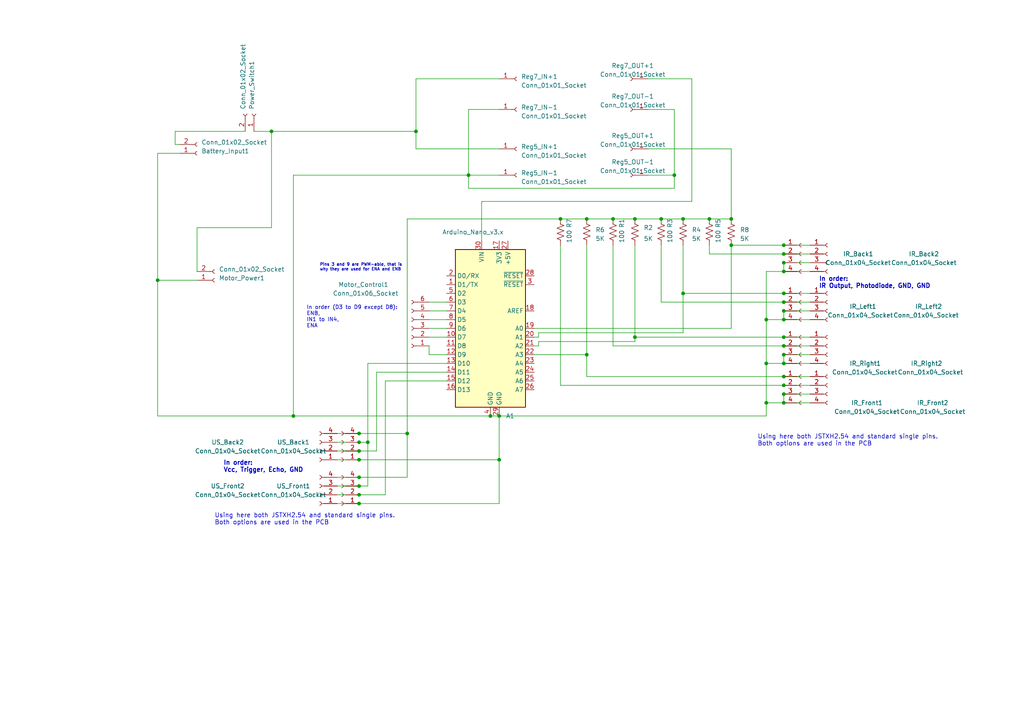
<source format=kicad_sch>
(kicad_sch (version 20230121) (generator eeschema)

  (uuid 2bab81bb-d04a-48c4-ae43-135f9200b3c0)

  (paper "A4")

  (title_block
    (title "Rockobot-PCB-Schematic")
    (date "30/04")
    (rev "V1")
  )

  (lib_symbols
    (symbol "Connector:Conn_01x01_Socket" (pin_names (offset 1.016) hide) (in_bom yes) (on_board yes)
      (property "Reference" "J" (at 0 2.54 0)
        (effects (font (size 1.27 1.27)))
      )
      (property "Value" "Conn_01x01_Socket" (at 0 -2.54 0)
        (effects (font (size 1.27 1.27)))
      )
      (property "Footprint" "" (at 0 0 0)
        (effects (font (size 1.27 1.27)) hide)
      )
      (property "Datasheet" "~" (at 0 0 0)
        (effects (font (size 1.27 1.27)) hide)
      )
      (property "ki_locked" "" (at 0 0 0)
        (effects (font (size 1.27 1.27)))
      )
      (property "ki_keywords" "connector" (at 0 0 0)
        (effects (font (size 1.27 1.27)) hide)
      )
      (property "ki_description" "Generic connector, single row, 01x01, script generated" (at 0 0 0)
        (effects (font (size 1.27 1.27)) hide)
      )
      (property "ki_fp_filters" "Connector*:*_1x??_*" (at 0 0 0)
        (effects (font (size 1.27 1.27)) hide)
      )
      (symbol "Conn_01x01_Socket_1_1"
        (polyline
          (pts
            (xy -1.27 0)
            (xy -0.508 0)
          )
          (stroke (width 0.1524) (type default))
          (fill (type none))
        )
        (arc (start 0 0.508) (mid -0.5058 0) (end 0 -0.508)
          (stroke (width 0.1524) (type default))
          (fill (type none))
        )
        (pin passive line (at -5.08 0 0) (length 3.81)
          (name "Pin_1" (effects (font (size 1.27 1.27))))
          (number "1" (effects (font (size 1.27 1.27))))
        )
      )
    )
    (symbol "Connector:Conn_01x02_Socket" (pin_names (offset 1.016) hide) (in_bom yes) (on_board yes)
      (property "Reference" "J" (at 0 2.54 0)
        (effects (font (size 1.27 1.27)))
      )
      (property "Value" "Conn_01x02_Socket" (at 0 -5.08 0)
        (effects (font (size 1.27 1.27)))
      )
      (property "Footprint" "" (at 0 0 0)
        (effects (font (size 1.27 1.27)) hide)
      )
      (property "Datasheet" "~" (at 0 0 0)
        (effects (font (size 1.27 1.27)) hide)
      )
      (property "ki_locked" "" (at 0 0 0)
        (effects (font (size 1.27 1.27)))
      )
      (property "ki_keywords" "connector" (at 0 0 0)
        (effects (font (size 1.27 1.27)) hide)
      )
      (property "ki_description" "Generic connector, single row, 01x02, script generated" (at 0 0 0)
        (effects (font (size 1.27 1.27)) hide)
      )
      (property "ki_fp_filters" "Connector*:*_1x??_*" (at 0 0 0)
        (effects (font (size 1.27 1.27)) hide)
      )
      (symbol "Conn_01x02_Socket_1_1"
        (arc (start 0 -2.032) (mid -0.5058 -2.54) (end 0 -3.048)
          (stroke (width 0.1524) (type default))
          (fill (type none))
        )
        (polyline
          (pts
            (xy -1.27 -2.54)
            (xy -0.508 -2.54)
          )
          (stroke (width 0.1524) (type default))
          (fill (type none))
        )
        (polyline
          (pts
            (xy -1.27 0)
            (xy -0.508 0)
          )
          (stroke (width 0.1524) (type default))
          (fill (type none))
        )
        (arc (start 0 0.508) (mid -0.5058 0) (end 0 -0.508)
          (stroke (width 0.1524) (type default))
          (fill (type none))
        )
        (pin passive line (at -5.08 0 0) (length 3.81)
          (name "Pin_1" (effects (font (size 1.27 1.27))))
          (number "1" (effects (font (size 1.27 1.27))))
        )
        (pin passive line (at -5.08 -2.54 0) (length 3.81)
          (name "Pin_2" (effects (font (size 1.27 1.27))))
          (number "2" (effects (font (size 1.27 1.27))))
        )
      )
    )
    (symbol "Connector:Conn_01x04_Socket" (pin_names (offset 1.016) hide) (in_bom yes) (on_board yes)
      (property "Reference" "J" (at 0 5.08 0)
        (effects (font (size 1.27 1.27)))
      )
      (property "Value" "Conn_01x04_Socket" (at 0 -7.62 0)
        (effects (font (size 1.27 1.27)))
      )
      (property "Footprint" "" (at 0 0 0)
        (effects (font (size 1.27 1.27)) hide)
      )
      (property "Datasheet" "~" (at 0 0 0)
        (effects (font (size 1.27 1.27)) hide)
      )
      (property "ki_locked" "" (at 0 0 0)
        (effects (font (size 1.27 1.27)))
      )
      (property "ki_keywords" "connector" (at 0 0 0)
        (effects (font (size 1.27 1.27)) hide)
      )
      (property "ki_description" "Generic connector, single row, 01x04, script generated" (at 0 0 0)
        (effects (font (size 1.27 1.27)) hide)
      )
      (property "ki_fp_filters" "Connector*:*_1x??_*" (at 0 0 0)
        (effects (font (size 1.27 1.27)) hide)
      )
      (symbol "Conn_01x04_Socket_1_1"
        (arc (start 0 -4.572) (mid -0.5058 -5.08) (end 0 -5.588)
          (stroke (width 0.1524) (type default))
          (fill (type none))
        )
        (arc (start 0 -2.032) (mid -0.5058 -2.54) (end 0 -3.048)
          (stroke (width 0.1524) (type default))
          (fill (type none))
        )
        (polyline
          (pts
            (xy -1.27 -5.08)
            (xy -0.508 -5.08)
          )
          (stroke (width 0.1524) (type default))
          (fill (type none))
        )
        (polyline
          (pts
            (xy -1.27 -2.54)
            (xy -0.508 -2.54)
          )
          (stroke (width 0.1524) (type default))
          (fill (type none))
        )
        (polyline
          (pts
            (xy -1.27 0)
            (xy -0.508 0)
          )
          (stroke (width 0.1524) (type default))
          (fill (type none))
        )
        (polyline
          (pts
            (xy -1.27 2.54)
            (xy -0.508 2.54)
          )
          (stroke (width 0.1524) (type default))
          (fill (type none))
        )
        (arc (start 0 0.508) (mid -0.5058 0) (end 0 -0.508)
          (stroke (width 0.1524) (type default))
          (fill (type none))
        )
        (arc (start 0 3.048) (mid -0.5058 2.54) (end 0 2.032)
          (stroke (width 0.1524) (type default))
          (fill (type none))
        )
        (pin passive line (at -5.08 2.54 0) (length 3.81)
          (name "Pin_1" (effects (font (size 1.27 1.27))))
          (number "1" (effects (font (size 1.27 1.27))))
        )
        (pin passive line (at -5.08 0 0) (length 3.81)
          (name "Pin_2" (effects (font (size 1.27 1.27))))
          (number "2" (effects (font (size 1.27 1.27))))
        )
        (pin passive line (at -5.08 -2.54 0) (length 3.81)
          (name "Pin_3" (effects (font (size 1.27 1.27))))
          (number "3" (effects (font (size 1.27 1.27))))
        )
        (pin passive line (at -5.08 -5.08 0) (length 3.81)
          (name "Pin_4" (effects (font (size 1.27 1.27))))
          (number "4" (effects (font (size 1.27 1.27))))
        )
      )
    )
    (symbol "Connector:Conn_01x06_Socket" (pin_names (offset 1.016) hide) (in_bom yes) (on_board yes)
      (property "Reference" "J" (at 0 7.62 0)
        (effects (font (size 1.27 1.27)))
      )
      (property "Value" "Conn_01x06_Socket" (at 0 -10.16 0)
        (effects (font (size 1.27 1.27)))
      )
      (property "Footprint" "" (at 0 0 0)
        (effects (font (size 1.27 1.27)) hide)
      )
      (property "Datasheet" "~" (at 0 0 0)
        (effects (font (size 1.27 1.27)) hide)
      )
      (property "ki_locked" "" (at 0 0 0)
        (effects (font (size 1.27 1.27)))
      )
      (property "ki_keywords" "connector" (at 0 0 0)
        (effects (font (size 1.27 1.27)) hide)
      )
      (property "ki_description" "Generic connector, single row, 01x06, script generated" (at 0 0 0)
        (effects (font (size 1.27 1.27)) hide)
      )
      (property "ki_fp_filters" "Connector*:*_1x??_*" (at 0 0 0)
        (effects (font (size 1.27 1.27)) hide)
      )
      (symbol "Conn_01x06_Socket_1_1"
        (arc (start 0 -7.112) (mid -0.5058 -7.62) (end 0 -8.128)
          (stroke (width 0.1524) (type default))
          (fill (type none))
        )
        (arc (start 0 -4.572) (mid -0.5058 -5.08) (end 0 -5.588)
          (stroke (width 0.1524) (type default))
          (fill (type none))
        )
        (arc (start 0 -2.032) (mid -0.5058 -2.54) (end 0 -3.048)
          (stroke (width 0.1524) (type default))
          (fill (type none))
        )
        (polyline
          (pts
            (xy -1.27 -7.62)
            (xy -0.508 -7.62)
          )
          (stroke (width 0.1524) (type default))
          (fill (type none))
        )
        (polyline
          (pts
            (xy -1.27 -5.08)
            (xy -0.508 -5.08)
          )
          (stroke (width 0.1524) (type default))
          (fill (type none))
        )
        (polyline
          (pts
            (xy -1.27 -2.54)
            (xy -0.508 -2.54)
          )
          (stroke (width 0.1524) (type default))
          (fill (type none))
        )
        (polyline
          (pts
            (xy -1.27 0)
            (xy -0.508 0)
          )
          (stroke (width 0.1524) (type default))
          (fill (type none))
        )
        (polyline
          (pts
            (xy -1.27 2.54)
            (xy -0.508 2.54)
          )
          (stroke (width 0.1524) (type default))
          (fill (type none))
        )
        (polyline
          (pts
            (xy -1.27 5.08)
            (xy -0.508 5.08)
          )
          (stroke (width 0.1524) (type default))
          (fill (type none))
        )
        (arc (start 0 0.508) (mid -0.5058 0) (end 0 -0.508)
          (stroke (width 0.1524) (type default))
          (fill (type none))
        )
        (arc (start 0 3.048) (mid -0.5058 2.54) (end 0 2.032)
          (stroke (width 0.1524) (type default))
          (fill (type none))
        )
        (arc (start 0 5.588) (mid -0.5058 5.08) (end 0 4.572)
          (stroke (width 0.1524) (type default))
          (fill (type none))
        )
        (pin passive line (at -5.08 5.08 0) (length 3.81)
          (name "Pin_1" (effects (font (size 1.27 1.27))))
          (number "1" (effects (font (size 1.27 1.27))))
        )
        (pin passive line (at -5.08 2.54 0) (length 3.81)
          (name "Pin_2" (effects (font (size 1.27 1.27))))
          (number "2" (effects (font (size 1.27 1.27))))
        )
        (pin passive line (at -5.08 0 0) (length 3.81)
          (name "Pin_3" (effects (font (size 1.27 1.27))))
          (number "3" (effects (font (size 1.27 1.27))))
        )
        (pin passive line (at -5.08 -2.54 0) (length 3.81)
          (name "Pin_4" (effects (font (size 1.27 1.27))))
          (number "4" (effects (font (size 1.27 1.27))))
        )
        (pin passive line (at -5.08 -5.08 0) (length 3.81)
          (name "Pin_5" (effects (font (size 1.27 1.27))))
          (number "5" (effects (font (size 1.27 1.27))))
        )
        (pin passive line (at -5.08 -7.62 0) (length 3.81)
          (name "Pin_6" (effects (font (size 1.27 1.27))))
          (number "6" (effects (font (size 1.27 1.27))))
        )
      )
    )
    (symbol "Device:R_US" (pin_numbers hide) (pin_names (offset 0)) (in_bom yes) (on_board yes)
      (property "Reference" "R" (at 2.54 0 90)
        (effects (font (size 1.27 1.27)))
      )
      (property "Value" "R_US" (at -2.54 0 90)
        (effects (font (size 1.27 1.27)))
      )
      (property "Footprint" "" (at 1.016 -0.254 90)
        (effects (font (size 1.27 1.27)) hide)
      )
      (property "Datasheet" "~" (at 0 0 0)
        (effects (font (size 1.27 1.27)) hide)
      )
      (property "ki_keywords" "R res resistor" (at 0 0 0)
        (effects (font (size 1.27 1.27)) hide)
      )
      (property "ki_description" "Resistor, US symbol" (at 0 0 0)
        (effects (font (size 1.27 1.27)) hide)
      )
      (property "ki_fp_filters" "R_*" (at 0 0 0)
        (effects (font (size 1.27 1.27)) hide)
      )
      (symbol "R_US_0_1"
        (polyline
          (pts
            (xy 0 -2.286)
            (xy 0 -2.54)
          )
          (stroke (width 0) (type default))
          (fill (type none))
        )
        (polyline
          (pts
            (xy 0 2.286)
            (xy 0 2.54)
          )
          (stroke (width 0) (type default))
          (fill (type none))
        )
        (polyline
          (pts
            (xy 0 -0.762)
            (xy 1.016 -1.143)
            (xy 0 -1.524)
            (xy -1.016 -1.905)
            (xy 0 -2.286)
          )
          (stroke (width 0) (type default))
          (fill (type none))
        )
        (polyline
          (pts
            (xy 0 0.762)
            (xy 1.016 0.381)
            (xy 0 0)
            (xy -1.016 -0.381)
            (xy 0 -0.762)
          )
          (stroke (width 0) (type default))
          (fill (type none))
        )
        (polyline
          (pts
            (xy 0 2.286)
            (xy 1.016 1.905)
            (xy 0 1.524)
            (xy -1.016 1.143)
            (xy 0 0.762)
          )
          (stroke (width 0) (type default))
          (fill (type none))
        )
      )
      (symbol "R_US_1_1"
        (pin passive line (at 0 3.81 270) (length 1.27)
          (name "~" (effects (font (size 1.27 1.27))))
          (number "1" (effects (font (size 1.27 1.27))))
        )
        (pin passive line (at 0 -3.81 90) (length 1.27)
          (name "~" (effects (font (size 1.27 1.27))))
          (number "2" (effects (font (size 1.27 1.27))))
        )
      )
    )
    (symbol "MCU_Module:Arduino_Nano_v3.x" (in_bom yes) (on_board yes)
      (property "Reference" "A" (at -10.16 23.495 0)
        (effects (font (size 1.27 1.27)) (justify left bottom))
      )
      (property "Value" "Arduino_Nano_v3.x" (at 5.08 -24.13 0)
        (effects (font (size 1.27 1.27)) (justify left top))
      )
      (property "Footprint" "Module:Arduino_Nano" (at 0 0 0)
        (effects (font (size 1.27 1.27) italic) hide)
      )
      (property "Datasheet" "http://www.mouser.com/pdfdocs/Gravitech_Arduino_Nano3_0.pdf" (at 0 0 0)
        (effects (font (size 1.27 1.27)) hide)
      )
      (property "ki_keywords" "Arduino nano microcontroller module USB" (at 0 0 0)
        (effects (font (size 1.27 1.27)) hide)
      )
      (property "ki_description" "Arduino Nano v3.x" (at 0 0 0)
        (effects (font (size 1.27 1.27)) hide)
      )
      (property "ki_fp_filters" "Arduino*Nano*" (at 0 0 0)
        (effects (font (size 1.27 1.27)) hide)
      )
      (symbol "Arduino_Nano_v3.x_0_1"
        (rectangle (start -10.16 22.86) (end 10.16 -22.86)
          (stroke (width 0.254) (type default))
          (fill (type background))
        )
      )
      (symbol "Arduino_Nano_v3.x_1_1"
        (pin bidirectional line (at -12.7 12.7 0) (length 2.54)
          (name "D1/TX" (effects (font (size 1.27 1.27))))
          (number "1" (effects (font (size 1.27 1.27))))
        )
        (pin bidirectional line (at -12.7 -2.54 0) (length 2.54)
          (name "D7" (effects (font (size 1.27 1.27))))
          (number "10" (effects (font (size 1.27 1.27))))
        )
        (pin bidirectional line (at -12.7 -5.08 0) (length 2.54)
          (name "D8" (effects (font (size 1.27 1.27))))
          (number "11" (effects (font (size 1.27 1.27))))
        )
        (pin bidirectional line (at -12.7 -7.62 0) (length 2.54)
          (name "D9" (effects (font (size 1.27 1.27))))
          (number "12" (effects (font (size 1.27 1.27))))
        )
        (pin bidirectional line (at -12.7 -10.16 0) (length 2.54)
          (name "D10" (effects (font (size 1.27 1.27))))
          (number "13" (effects (font (size 1.27 1.27))))
        )
        (pin bidirectional line (at -12.7 -12.7 0) (length 2.54)
          (name "D11" (effects (font (size 1.27 1.27))))
          (number "14" (effects (font (size 1.27 1.27))))
        )
        (pin bidirectional line (at -12.7 -15.24 0) (length 2.54)
          (name "D12" (effects (font (size 1.27 1.27))))
          (number "15" (effects (font (size 1.27 1.27))))
        )
        (pin bidirectional line (at -12.7 -17.78 0) (length 2.54)
          (name "D13" (effects (font (size 1.27 1.27))))
          (number "16" (effects (font (size 1.27 1.27))))
        )
        (pin power_out line (at 2.54 25.4 270) (length 2.54)
          (name "3V3" (effects (font (size 1.27 1.27))))
          (number "17" (effects (font (size 1.27 1.27))))
        )
        (pin input line (at 12.7 5.08 180) (length 2.54)
          (name "AREF" (effects (font (size 1.27 1.27))))
          (number "18" (effects (font (size 1.27 1.27))))
        )
        (pin bidirectional line (at 12.7 0 180) (length 2.54)
          (name "A0" (effects (font (size 1.27 1.27))))
          (number "19" (effects (font (size 1.27 1.27))))
        )
        (pin bidirectional line (at -12.7 15.24 0) (length 2.54)
          (name "D0/RX" (effects (font (size 1.27 1.27))))
          (number "2" (effects (font (size 1.27 1.27))))
        )
        (pin bidirectional line (at 12.7 -2.54 180) (length 2.54)
          (name "A1" (effects (font (size 1.27 1.27))))
          (number "20" (effects (font (size 1.27 1.27))))
        )
        (pin bidirectional line (at 12.7 -5.08 180) (length 2.54)
          (name "A2" (effects (font (size 1.27 1.27))))
          (number "21" (effects (font (size 1.27 1.27))))
        )
        (pin bidirectional line (at 12.7 -7.62 180) (length 2.54)
          (name "A3" (effects (font (size 1.27 1.27))))
          (number "22" (effects (font (size 1.27 1.27))))
        )
        (pin bidirectional line (at 12.7 -10.16 180) (length 2.54)
          (name "A4" (effects (font (size 1.27 1.27))))
          (number "23" (effects (font (size 1.27 1.27))))
        )
        (pin bidirectional line (at 12.7 -12.7 180) (length 2.54)
          (name "A5" (effects (font (size 1.27 1.27))))
          (number "24" (effects (font (size 1.27 1.27))))
        )
        (pin bidirectional line (at 12.7 -15.24 180) (length 2.54)
          (name "A6" (effects (font (size 1.27 1.27))))
          (number "25" (effects (font (size 1.27 1.27))))
        )
        (pin bidirectional line (at 12.7 -17.78 180) (length 2.54)
          (name "A7" (effects (font (size 1.27 1.27))))
          (number "26" (effects (font (size 1.27 1.27))))
        )
        (pin power_out line (at 5.08 25.4 270) (length 2.54)
          (name "+5V" (effects (font (size 1.27 1.27))))
          (number "27" (effects (font (size 1.27 1.27))))
        )
        (pin input line (at 12.7 15.24 180) (length 2.54)
          (name "~{RESET}" (effects (font (size 1.27 1.27))))
          (number "28" (effects (font (size 1.27 1.27))))
        )
        (pin power_in line (at 2.54 -25.4 90) (length 2.54)
          (name "GND" (effects (font (size 1.27 1.27))))
          (number "29" (effects (font (size 1.27 1.27))))
        )
        (pin input line (at 12.7 12.7 180) (length 2.54)
          (name "~{RESET}" (effects (font (size 1.27 1.27))))
          (number "3" (effects (font (size 1.27 1.27))))
        )
        (pin power_in line (at -2.54 25.4 270) (length 2.54)
          (name "VIN" (effects (font (size 1.27 1.27))))
          (number "30" (effects (font (size 1.27 1.27))))
        )
        (pin power_in line (at 0 -25.4 90) (length 2.54)
          (name "GND" (effects (font (size 1.27 1.27))))
          (number "4" (effects (font (size 1.27 1.27))))
        )
        (pin bidirectional line (at -12.7 10.16 0) (length 2.54)
          (name "D2" (effects (font (size 1.27 1.27))))
          (number "5" (effects (font (size 1.27 1.27))))
        )
        (pin bidirectional line (at -12.7 7.62 0) (length 2.54)
          (name "D3" (effects (font (size 1.27 1.27))))
          (number "6" (effects (font (size 1.27 1.27))))
        )
        (pin bidirectional line (at -12.7 5.08 0) (length 2.54)
          (name "D4" (effects (font (size 1.27 1.27))))
          (number "7" (effects (font (size 1.27 1.27))))
        )
        (pin bidirectional line (at -12.7 2.54 0) (length 2.54)
          (name "D5" (effects (font (size 1.27 1.27))))
          (number "8" (effects (font (size 1.27 1.27))))
        )
        (pin bidirectional line (at -12.7 0 0) (length 2.54)
          (name "D6" (effects (font (size 1.27 1.27))))
          (number "9" (effects (font (size 1.27 1.27))))
        )
      )
    )
  )

  (junction (at 104.14 138.43) (diameter 0) (color 0 0 0 0)
    (uuid 01b9c7d4-66de-4220-a085-649f0d3bf0df)
  )
  (junction (at 222.25 105.41) (diameter 0) (color 0 0 0 0)
    (uuid 04cadc72-8d4e-4869-a338-26d59c258f76)
  )
  (junction (at 170.18 102.87) (diameter 0) (color 0 0 0 0)
    (uuid 05029d75-d9e3-4958-886e-755d3661e41c)
  )
  (junction (at 104.14 140.97) (diameter 0) (color 0 0 0 0)
    (uuid 0b4f6992-e1be-434f-849f-78d3e938243c)
  )
  (junction (at 227.33 71.12) (diameter 0) (color 0 0 0 0)
    (uuid 0cd0bb47-44c7-4d2b-8048-17fafd703dea)
  )
  (junction (at 227.33 76.2) (diameter 0) (color 0 0 0 0)
    (uuid 0fd50dda-97ca-45eb-a295-00a9e78e2a6b)
  )
  (junction (at 195.58 50.8) (diameter 0) (color 0 0 0 0)
    (uuid 1892aab0-a2f1-4dee-86e4-32de6421b82f)
  )
  (junction (at 227.33 85.09) (diameter 0) (color 0 0 0 0)
    (uuid 1b32b906-856e-4a68-ac06-76ef2ed25531)
  )
  (junction (at 144.78 133.35) (diameter 0) (color 0 0 0 0)
    (uuid 23fcde57-cb5c-4961-84a7-04aaf376e969)
  )
  (junction (at 227.33 111.76) (diameter 0) (color 0 0 0 0)
    (uuid 2b735368-a69d-476d-9d7b-933d97838210)
  )
  (junction (at 104.14 146.05) (diameter 0) (color 0 0 0 0)
    (uuid 36cb4bee-5ff7-430e-a47f-64db1d02f2d5)
  )
  (junction (at 106.68 128.27) (diameter 0) (color 0 0 0 0)
    (uuid 3b00f0ce-d5c4-4f5b-88c2-a76c48a6379d)
  )
  (junction (at 227.33 109.22) (diameter 0) (color 0 0 0 0)
    (uuid 3ecafb51-807a-4e8b-9c1f-0e711daa9678)
  )
  (junction (at 205.74 63.5) (diameter 0) (color 0 0 0 0)
    (uuid 4824b06c-ddd4-4211-907e-b1043e7988cb)
  )
  (junction (at 227.33 105.41) (diameter 0) (color 0 0 0 0)
    (uuid 5407e2f0-f761-4d95-a05e-77d508e8b8b8)
  )
  (junction (at 227.33 92.71) (diameter 0) (color 0 0 0 0)
    (uuid 56c80d49-4053-4072-9fe2-0add248f6ac6)
  )
  (junction (at 135.89 50.8) (diameter 0) (color 0 0 0 0)
    (uuid 56f31d53-8db8-44ea-a1a6-7319fecc3fdb)
  )
  (junction (at 227.33 116.84) (diameter 0) (color 0 0 0 0)
    (uuid 59b148f9-50ea-4c34-a619-8095c486703f)
  )
  (junction (at 222.25 116.84) (diameter 0) (color 0 0 0 0)
    (uuid 5cf9a295-b411-4db7-a26d-292b5f87b068)
  )
  (junction (at 104.14 128.27) (diameter 0) (color 0 0 0 0)
    (uuid 69b01012-f04c-42b9-9a4c-4b882f610b85)
  )
  (junction (at 198.12 85.09) (diameter 0) (color 0 0 0 0)
    (uuid 6f5e913e-85c0-4d42-af02-dcce805b47d4)
  )
  (junction (at 118.11 125.73) (diameter 0) (color 0 0 0 0)
    (uuid 7089c897-b4c4-41a2-bff3-5216184f939b)
  )
  (junction (at 227.33 100.33) (diameter 0) (color 0 0 0 0)
    (uuid 732f740d-92c7-49e2-b976-e05101f30f2f)
  )
  (junction (at 104.14 130.81) (diameter 0) (color 0 0 0 0)
    (uuid 81142acb-7207-433c-9b74-bbb7a50838bf)
  )
  (junction (at 184.15 97.79) (diameter 0) (color 0 0 0 0)
    (uuid 83a7b8f7-3201-468f-b7b1-9dd2440d8157)
  )
  (junction (at 227.33 78.74) (diameter 0) (color 0 0 0 0)
    (uuid 8578afcf-545c-42ba-b993-98a89347a5d2)
  )
  (junction (at 227.33 73.66) (diameter 0) (color 0 0 0 0)
    (uuid 8f736c07-11f0-4ad5-9dd4-169a85163aa9)
  )
  (junction (at 104.14 133.35) (diameter 0) (color 0 0 0 0)
    (uuid 974ece74-45a7-4b6a-a253-4e96a6bc3713)
  )
  (junction (at 104.14 143.51) (diameter 0) (color 0 0 0 0)
    (uuid 9bd2b609-2faf-4faa-ac6f-0d3874d76dfa)
  )
  (junction (at 212.09 63.5) (diameter 0) (color 0 0 0 0)
    (uuid a04b9ba8-623f-4b2b-8e37-ec5e0ee3e22b)
  )
  (junction (at 184.15 63.5) (diameter 0) (color 0 0 0 0)
    (uuid a149a703-b134-4516-aefa-f7ce63124380)
  )
  (junction (at 142.24 120.65) (diameter 0) (color 0 0 0 0)
    (uuid a4dab9b8-3d44-4ee9-b374-423b8085913f)
  )
  (junction (at 222.25 92.71) (diameter 0) (color 0 0 0 0)
    (uuid aaea3e04-1266-4f4f-b3c4-bfbca6b9d009)
  )
  (junction (at 85.09 120.65) (diameter 0) (color 0 0 0 0)
    (uuid acff73c4-5b44-4c75-af5e-8d08ad2e604d)
  )
  (junction (at 227.33 97.79) (diameter 0) (color 0 0 0 0)
    (uuid b19a8037-7f2f-45b8-b197-c4a240126ce0)
  )
  (junction (at 45.72 81.28) (diameter 0) (color 0 0 0 0)
    (uuid bba37eb2-6a2b-4daa-98fd-7454f92127e8)
  )
  (junction (at 191.77 63.5) (diameter 0) (color 0 0 0 0)
    (uuid c38eee61-69d1-4170-ad14-8d58d4426904)
  )
  (junction (at 144.78 120.65) (diameter 0) (color 0 0 0 0)
    (uuid c42535e7-a4a2-4dc1-b8da-39cfe2754b8a)
  )
  (junction (at 170.18 63.5) (diameter 0) (color 0 0 0 0)
    (uuid cbd239c0-5a76-4dee-bbc9-590a6b5144e3)
  )
  (junction (at 227.33 114.3) (diameter 0) (color 0 0 0 0)
    (uuid d4c7b6d4-55f7-44f7-9afb-0ee56b4d14ed)
  )
  (junction (at 212.09 71.12) (diameter 0) (color 0 0 0 0)
    (uuid dafbe48a-e534-4917-8fa1-b385d82e8a49)
  )
  (junction (at 227.33 90.17) (diameter 0) (color 0 0 0 0)
    (uuid dbbba80f-d6f5-4245-bf03-03bf1134dfe6)
  )
  (junction (at 78.74 38.1) (diameter 0) (color 0 0 0 0)
    (uuid e731acc2-9679-4f7b-bc44-cce355180eff)
  )
  (junction (at 227.33 87.63) (diameter 0) (color 0 0 0 0)
    (uuid ea9d08e5-a7c9-45a4-b317-ab171970c08f)
  )
  (junction (at 162.56 63.5) (diameter 0) (color 0 0 0 0)
    (uuid f42fc402-6ec9-4662-aedd-8685507e1620)
  )
  (junction (at 120.65 38.1) (diameter 0) (color 0 0 0 0)
    (uuid f59addb5-8a4a-462d-8ad6-a28ebf143757)
  )
  (junction (at 227.33 102.87) (diameter 0) (color 0 0 0 0)
    (uuid f741f961-9e1a-45b7-b328-e1bcb1afa39d)
  )
  (junction (at 198.12 63.5) (diameter 0) (color 0 0 0 0)
    (uuid f7a44aab-7087-42e6-90ae-24bd90f0ae9e)
  )
  (junction (at 104.14 125.73) (diameter 0) (color 0 0 0 0)
    (uuid f806eb07-9721-4a54-a476-642b291fc452)
  )
  (junction (at 177.8 63.5) (diameter 0) (color 0 0 0 0)
    (uuid fa5aba9c-0ec7-4b0f-999d-792320e59760)
  )

  (wire (pts (xy 227.33 109.22) (xy 234.95 109.22))
    (stroke (width 0) (type default))
    (uuid 017ffde0-5d81-4c5f-8112-2aba6682f05b)
  )
  (wire (pts (xy 97.79 125.73) (xy 104.14 125.73))
    (stroke (width 0) (type default))
    (uuid 03c894b4-d1f9-4d5b-b4fa-34846e1318dd)
  )
  (wire (pts (xy 198.12 71.12) (xy 198.12 85.09))
    (stroke (width 0) (type default))
    (uuid 03d04cf8-c5c8-4a91-8436-4de78acb0cdc)
  )
  (wire (pts (xy 191.77 87.63) (xy 227.33 87.63))
    (stroke (width 0) (type default))
    (uuid 06470caf-5416-4143-8029-7a10cd26e61f)
  )
  (wire (pts (xy 227.33 76.2) (xy 234.95 76.2))
    (stroke (width 0) (type default))
    (uuid 0b2b6544-cf71-41dd-b6f2-7ab7e637af19)
  )
  (wire (pts (xy 227.33 90.17) (xy 234.95 90.17))
    (stroke (width 0) (type default))
    (uuid 16de0662-9f73-46e2-84ce-db2e11624e0f)
  )
  (wire (pts (xy 109.22 130.81) (xy 109.22 107.95))
    (stroke (width 0) (type default))
    (uuid 17842b85-15ab-4b8d-87cb-fb3dc2a217be)
  )
  (wire (pts (xy 170.18 102.87) (xy 170.18 109.22))
    (stroke (width 0) (type default))
    (uuid 1c67f4fd-beb0-434d-ad53-2b358cf7ecb0)
  )
  (wire (pts (xy 227.33 90.17) (xy 227.33 92.71))
    (stroke (width 0) (type default))
    (uuid 1d36892a-ac73-41db-bb94-955943f54a1b)
  )
  (wire (pts (xy 104.14 133.35) (xy 144.78 133.35))
    (stroke (width 0) (type default))
    (uuid 1e40f444-97fe-4374-b8ea-1a63c7b19a78)
  )
  (wire (pts (xy 124.46 90.17) (xy 129.54 90.17))
    (stroke (width 0) (type default))
    (uuid 1e5f8e80-4bf9-4071-a26e-4126e108debb)
  )
  (wire (pts (xy 135.89 31.75) (xy 144.78 31.75))
    (stroke (width 0) (type default))
    (uuid 1ffed362-2e91-4f01-abfb-b0c2e184e6cc)
  )
  (wire (pts (xy 97.79 140.97) (xy 104.14 140.97))
    (stroke (width 0) (type default))
    (uuid 20018564-99e3-472f-a651-db5a44084598)
  )
  (wire (pts (xy 198.12 63.5) (xy 205.74 63.5))
    (stroke (width 0) (type default))
    (uuid 20edf876-9c76-410d-a9b4-480e5c446544)
  )
  (wire (pts (xy 227.33 102.87) (xy 227.33 105.41))
    (stroke (width 0) (type default))
    (uuid 234b2fdf-f0fa-4fe4-94a0-151da7cdf054)
  )
  (wire (pts (xy 45.72 44.45) (xy 45.72 81.28))
    (stroke (width 0) (type default))
    (uuid 27373931-a001-4fb4-b66c-a00ba1f6102e)
  )
  (wire (pts (xy 184.15 99.06) (xy 156.21 99.06))
    (stroke (width 0) (type default))
    (uuid 289936c1-cf98-4843-908b-52991d3d319c)
  )
  (wire (pts (xy 124.46 87.63) (xy 129.54 87.63))
    (stroke (width 0) (type default))
    (uuid 28a3dbe7-5499-4aaa-9b25-8f85a546d50e)
  )
  (wire (pts (xy 106.68 105.41) (xy 129.54 105.41))
    (stroke (width 0) (type default))
    (uuid 293e5c78-5bef-4fad-a01e-8c7b365e9da3)
  )
  (wire (pts (xy 118.11 63.5) (xy 118.11 125.73))
    (stroke (width 0) (type default))
    (uuid 2be5b182-f604-4e7a-b9a0-c661895cc101)
  )
  (wire (pts (xy 97.79 133.35) (xy 104.14 133.35))
    (stroke (width 0) (type default))
    (uuid 2ce7d0bb-fa94-4a91-af19-38b0d85596b8)
  )
  (wire (pts (xy 170.18 102.87) (xy 154.94 102.87))
    (stroke (width 0) (type default))
    (uuid 335ef7e7-6148-4e63-8f9d-791e6fbe1c88)
  )
  (wire (pts (xy 200.66 58.42) (xy 200.66 22.86))
    (stroke (width 0) (type default))
    (uuid 337b5ca4-e80b-4ca7-aeef-339e26f614ee)
  )
  (wire (pts (xy 120.65 43.18) (xy 144.78 43.18))
    (stroke (width 0) (type default))
    (uuid 338ded89-e399-46bb-a2e3-8dc02c71cb54)
  )
  (wire (pts (xy 205.74 63.5) (xy 212.09 63.5))
    (stroke (width 0) (type default))
    (uuid 349ac200-a02c-491a-b8a7-8878654fb4cd)
  )
  (wire (pts (xy 227.33 92.71) (xy 234.95 92.71))
    (stroke (width 0) (type default))
    (uuid 35444c06-ad65-4d82-aede-962185718c02)
  )
  (wire (pts (xy 222.25 92.71) (xy 227.33 92.71))
    (stroke (width 0) (type default))
    (uuid 36d1e509-79d3-416b-93c4-ded441c3292c)
  )
  (wire (pts (xy 191.77 63.5) (xy 198.12 63.5))
    (stroke (width 0) (type default))
    (uuid 370f2095-562c-461b-bf6c-2a5477d90211)
  )
  (wire (pts (xy 118.11 125.73) (xy 118.11 138.43))
    (stroke (width 0) (type default))
    (uuid 3a7ff896-b2f6-4bcc-930d-3d31a426943e)
  )
  (wire (pts (xy 222.25 116.84) (xy 227.33 116.84))
    (stroke (width 0) (type default))
    (uuid 3b92192b-bf3a-492a-8913-30acb3afafa5)
  )
  (wire (pts (xy 191.77 71.12) (xy 191.77 87.63))
    (stroke (width 0) (type default))
    (uuid 3cb97e3e-6007-4bb0-bf74-0afc7c403d07)
  )
  (wire (pts (xy 227.33 76.2) (xy 227.33 78.74))
    (stroke (width 0) (type default))
    (uuid 411344d4-1aa9-471f-bbb8-8f6719c25fc4)
  )
  (wire (pts (xy 50.8 41.91) (xy 52.07 41.91))
    (stroke (width 0) (type default))
    (uuid 41282639-a3ae-4dd7-bcd0-e9b37a38f85f)
  )
  (wire (pts (xy 227.33 78.74) (xy 222.25 78.74))
    (stroke (width 0) (type default))
    (uuid 426a1c13-b1e1-4e03-ae3e-265305467052)
  )
  (wire (pts (xy 195.58 31.75) (xy 195.58 50.8))
    (stroke (width 0) (type default))
    (uuid 43d05722-e672-487e-b5eb-8b7020ab8ab5)
  )
  (wire (pts (xy 135.89 50.8) (xy 135.89 31.75))
    (stroke (width 0) (type default))
    (uuid 44f9ca58-4b67-49a8-9a56-a0f64992c4a5)
  )
  (wire (pts (xy 97.79 130.81) (xy 104.14 130.81))
    (stroke (width 0) (type default))
    (uuid 452a0edc-8edb-406a-896f-d1d2c242414c)
  )
  (wire (pts (xy 106.68 105.41) (xy 106.68 128.27))
    (stroke (width 0) (type default))
    (uuid 452febcc-262f-46ba-a3eb-c8818c147b9a)
  )
  (wire (pts (xy 129.54 102.87) (xy 124.46 102.87))
    (stroke (width 0) (type default))
    (uuid 472527ac-3128-4c95-9fcb-9131a15128c3)
  )
  (wire (pts (xy 73.66 38.1) (xy 78.74 38.1))
    (stroke (width 0) (type default))
    (uuid 473b58c9-d78d-4ccf-a1c9-2383fe52c1ac)
  )
  (wire (pts (xy 144.78 133.35) (xy 144.78 146.05))
    (stroke (width 0) (type default))
    (uuid 48019f7c-f03c-493d-a5a9-16d1995af2be)
  )
  (wire (pts (xy 139.7 58.42) (xy 200.66 58.42))
    (stroke (width 0) (type default))
    (uuid 48cffef3-e073-4a83-992e-0762eea2fefb)
  )
  (wire (pts (xy 170.18 109.22) (xy 227.33 109.22))
    (stroke (width 0) (type default))
    (uuid 4aacaabc-9248-4b17-8c77-16d0217f2731)
  )
  (wire (pts (xy 139.7 69.85) (xy 139.7 58.42))
    (stroke (width 0) (type default))
    (uuid 4be0ac97-1d63-4a95-b065-00384d1553e9)
  )
  (wire (pts (xy 227.33 100.33) (xy 234.95 100.33))
    (stroke (width 0) (type default))
    (uuid 4d77716e-ebe6-4df6-a599-c13ca77d3cd2)
  )
  (wire (pts (xy 222.25 78.74) (xy 222.25 92.71))
    (stroke (width 0) (type default))
    (uuid 4e2ced76-978c-4a42-a559-1fa75b9971ea)
  )
  (wire (pts (xy 144.78 120.65) (xy 144.78 133.35))
    (stroke (width 0) (type default))
    (uuid 50c0bc5e-f78c-4a9b-b89e-0bff3388b485)
  )
  (wire (pts (xy 104.14 130.81) (xy 109.22 130.81))
    (stroke (width 0) (type default))
    (uuid 51028bbd-bc8f-490b-8ea1-6598d50c8c5d)
  )
  (wire (pts (xy 177.8 100.33) (xy 227.33 100.33))
    (stroke (width 0) (type default))
    (uuid 53270c99-72fc-4fed-9c7e-ef1850823d74)
  )
  (wire (pts (xy 227.33 97.79) (xy 234.95 97.79))
    (stroke (width 0) (type default))
    (uuid 54d87f39-5bfb-473b-99bb-7686eb784a0f)
  )
  (wire (pts (xy 227.33 71.12) (xy 234.95 71.12))
    (stroke (width 0) (type default))
    (uuid 55901945-fa39-4f7d-8c33-9273ea5ca704)
  )
  (wire (pts (xy 222.25 105.41) (xy 222.25 116.84))
    (stroke (width 0) (type default))
    (uuid 5714db6a-dcb3-44c9-965a-b4f38996f088)
  )
  (wire (pts (xy 45.72 81.28) (xy 57.15 81.28))
    (stroke (width 0) (type default))
    (uuid 5ff295d3-d78e-4c0c-9e0c-d9252a91ec4d)
  )
  (wire (pts (xy 227.33 105.41) (xy 234.95 105.41))
    (stroke (width 0) (type default))
    (uuid 60710c5c-bab6-498d-b742-f593468ce051)
  )
  (wire (pts (xy 124.46 97.79) (xy 129.54 97.79))
    (stroke (width 0) (type default))
    (uuid 62332405-d226-472c-b9c7-d35aea3122cf)
  )
  (wire (pts (xy 222.25 92.71) (xy 222.25 105.41))
    (stroke (width 0) (type default))
    (uuid 632dd77d-c2ff-4c3c-9d8e-872e418f281f)
  )
  (wire (pts (xy 104.14 143.51) (xy 111.76 143.51))
    (stroke (width 0) (type default))
    (uuid 64579363-47c9-4db4-8517-39a007183615)
  )
  (wire (pts (xy 227.33 102.87) (xy 234.95 102.87))
    (stroke (width 0) (type default))
    (uuid 6e41c730-4036-4eea-ae30-40b6ac5fb189)
  )
  (wire (pts (xy 187.96 31.75) (xy 195.58 31.75))
    (stroke (width 0) (type default))
    (uuid 6ee190d6-17ac-4aed-9cd8-250fefe0ab66)
  )
  (wire (pts (xy 184.15 97.79) (xy 184.15 99.06))
    (stroke (width 0) (type default))
    (uuid 70cdb3ee-4a53-4bf9-b80f-85f344414374)
  )
  (wire (pts (xy 156.21 99.06) (xy 156.21 100.33))
    (stroke (width 0) (type default))
    (uuid 714e4b2e-4771-46af-a4c5-55388a96353e)
  )
  (wire (pts (xy 109.22 107.95) (xy 129.54 107.95))
    (stroke (width 0) (type default))
    (uuid 715ea372-10e1-4a70-8ded-83eecdf561dd)
  )
  (wire (pts (xy 106.68 128.27) (xy 106.68 140.97))
    (stroke (width 0) (type default))
    (uuid 73bd93d9-ea27-4b33-8670-93a2659513c4)
  )
  (wire (pts (xy 45.72 120.65) (xy 85.09 120.65))
    (stroke (width 0) (type default))
    (uuid 75353097-1970-4056-9a42-4e2a7f027592)
  )
  (wire (pts (xy 187.96 43.18) (xy 212.09 43.18))
    (stroke (width 0) (type default))
    (uuid 760e463d-712b-4c5e-a0bc-e072d64527a6)
  )
  (wire (pts (xy 78.74 38.1) (xy 120.65 38.1))
    (stroke (width 0) (type default))
    (uuid 762c07dc-c4e9-49c9-899b-12fc81eb40c0)
  )
  (wire (pts (xy 104.14 125.73) (xy 118.11 125.73))
    (stroke (width 0) (type default))
    (uuid 76e09f5c-635c-423a-be8b-dba71f3b0b21)
  )
  (wire (pts (xy 212.09 43.18) (xy 212.09 63.5))
    (stroke (width 0) (type default))
    (uuid 792c3c1d-595a-4ec9-83fb-3177d19a7b2f)
  )
  (wire (pts (xy 104.14 128.27) (xy 106.68 128.27))
    (stroke (width 0) (type default))
    (uuid 7dd2834e-7d6e-445d-ad62-a69745faef25)
  )
  (wire (pts (xy 97.79 128.27) (xy 104.14 128.27))
    (stroke (width 0) (type default))
    (uuid 7eb94d78-cd35-4fd7-904d-9ce5799c8c01)
  )
  (wire (pts (xy 85.09 120.65) (xy 85.09 50.8))
    (stroke (width 0) (type default))
    (uuid 83268f37-d414-438b-a16a-7f8e30730d08)
  )
  (wire (pts (xy 104.14 140.97) (xy 106.68 140.97))
    (stroke (width 0) (type default))
    (uuid 84142a8e-e1de-4074-8948-e04a8c9c3317)
  )
  (wire (pts (xy 227.33 73.66) (xy 234.95 73.66))
    (stroke (width 0) (type default))
    (uuid 8465a2d9-2080-4d70-adbc-2eb6a1a07cb9)
  )
  (wire (pts (xy 135.89 54.61) (xy 195.58 54.61))
    (stroke (width 0) (type default))
    (uuid 88070126-f4fc-49f1-a5e6-385236b0df9f)
  )
  (wire (pts (xy 212.09 95.25) (xy 154.94 95.25))
    (stroke (width 0) (type default))
    (uuid 89fd847b-d648-4ce7-9445-885fe2bba1ca)
  )
  (wire (pts (xy 195.58 50.8) (xy 195.58 54.61))
    (stroke (width 0) (type default))
    (uuid 8e9251b4-cf0d-457d-ad63-098fef7ce9a0)
  )
  (wire (pts (xy 177.8 63.5) (xy 184.15 63.5))
    (stroke (width 0) (type default))
    (uuid 8f260bc6-62f9-4173-a05a-0ecd7294b3a9)
  )
  (wire (pts (xy 97.79 146.05) (xy 104.14 146.05))
    (stroke (width 0) (type default))
    (uuid 9151996e-87db-44e5-a041-fa72bdf07f0e)
  )
  (wire (pts (xy 85.09 120.65) (xy 142.24 120.65))
    (stroke (width 0) (type default))
    (uuid 940ea49f-8509-4e92-b955-e0124605ccd9)
  )
  (wire (pts (xy 85.09 50.8) (xy 135.89 50.8))
    (stroke (width 0) (type default))
    (uuid 94357565-adc6-4fb2-9870-de401b22348d)
  )
  (wire (pts (xy 177.8 71.12) (xy 177.8 100.33))
    (stroke (width 0) (type default))
    (uuid 98f06dd4-4d1d-4523-9e86-8dce6de2ced5)
  )
  (wire (pts (xy 124.46 92.71) (xy 129.54 92.71))
    (stroke (width 0) (type default))
    (uuid 9aec65e9-5d86-40e9-bcf8-21fbdf00ddc0)
  )
  (wire (pts (xy 184.15 63.5) (xy 191.77 63.5))
    (stroke (width 0) (type default))
    (uuid 9ba5622e-c1fa-49f4-87f6-1f7236eac3d8)
  )
  (wire (pts (xy 227.33 114.3) (xy 234.95 114.3))
    (stroke (width 0) (type default))
    (uuid a0491cf7-f66a-450e-9ddf-c4ac0d80a1ad)
  )
  (wire (pts (xy 97.79 138.43) (xy 104.14 138.43))
    (stroke (width 0) (type default))
    (uuid a1a66956-2480-478b-ae22-58c0691dfaa8)
  )
  (wire (pts (xy 227.33 87.63) (xy 234.95 87.63))
    (stroke (width 0) (type default))
    (uuid a491df7d-368b-4838-892a-d772a7bc9ac5)
  )
  (wire (pts (xy 120.65 38.1) (xy 120.65 22.86))
    (stroke (width 0) (type default))
    (uuid a99932d6-4837-47e3-bb44-ecd0c0dc4ffd)
  )
  (wire (pts (xy 124.46 102.87) (xy 124.46 100.33))
    (stroke (width 0) (type default))
    (uuid a9fad9ca-05f1-47c9-bfad-375ad32ad604)
  )
  (wire (pts (xy 156.21 96.52) (xy 156.21 97.79))
    (stroke (width 0) (type default))
    (uuid ab0b304f-1f91-48f0-b90a-0356053de6ab)
  )
  (wire (pts (xy 50.8 38.1) (xy 71.12 38.1))
    (stroke (width 0) (type default))
    (uuid ab15eeaf-7c80-452e-aea0-78c102064c25)
  )
  (wire (pts (xy 222.25 116.84) (xy 222.25 120.65))
    (stroke (width 0) (type default))
    (uuid abe7c426-1b21-456c-925c-0db2e850c02e)
  )
  (wire (pts (xy 198.12 85.09) (xy 198.12 96.52))
    (stroke (width 0) (type default))
    (uuid ae0a0629-91e4-44a5-a87d-4a68e3347c4d)
  )
  (wire (pts (xy 227.33 78.74) (xy 234.95 78.74))
    (stroke (width 0) (type default))
    (uuid af97c77a-49c6-4b59-9ddc-61a5523a5fa6)
  )
  (wire (pts (xy 227.33 111.76) (xy 234.95 111.76))
    (stroke (width 0) (type default))
    (uuid b1561b2a-724c-45b8-845a-6d193371ffda)
  )
  (wire (pts (xy 162.56 71.12) (xy 162.56 111.76))
    (stroke (width 0) (type default))
    (uuid b1bee809-dd15-4816-bcc4-1522e20aacf9)
  )
  (wire (pts (xy 142.24 120.65) (xy 144.78 120.65))
    (stroke (width 0) (type default))
    (uuid b5fa87c9-0191-491b-a1dd-ab9535e606dd)
  )
  (wire (pts (xy 144.78 120.65) (xy 222.25 120.65))
    (stroke (width 0) (type default))
    (uuid b75ba1dd-83f8-4f69-8f2e-01079464cca7)
  )
  (wire (pts (xy 111.76 143.51) (xy 111.76 110.49))
    (stroke (width 0) (type default))
    (uuid b9a37c9e-36eb-4b5c-8b10-d44678c36380)
  )
  (wire (pts (xy 227.33 85.09) (xy 234.95 85.09))
    (stroke (width 0) (type default))
    (uuid bd05e023-0100-46d5-b40c-8d1710dfcb4a)
  )
  (wire (pts (xy 124.46 95.25) (xy 129.54 95.25))
    (stroke (width 0) (type default))
    (uuid bf3e1f67-78dc-4301-a38e-5a61bfeca924)
  )
  (wire (pts (xy 118.11 63.5) (xy 162.56 63.5))
    (stroke (width 0) (type default))
    (uuid bf744e61-29d9-4e69-bc24-802126a25f68)
  )
  (wire (pts (xy 162.56 111.76) (xy 227.33 111.76))
    (stroke (width 0) (type default))
    (uuid c0203189-1111-4626-b86c-bdadfe5f1558)
  )
  (wire (pts (xy 205.74 71.12) (xy 205.74 73.66))
    (stroke (width 0) (type default))
    (uuid c08c7c02-9f96-4b45-9619-ccdcb1e1036b)
  )
  (wire (pts (xy 97.79 143.51) (xy 104.14 143.51))
    (stroke (width 0) (type default))
    (uuid c5f3b673-0e66-4044-9753-16288387c258)
  )
  (wire (pts (xy 205.74 73.66) (xy 227.33 73.66))
    (stroke (width 0) (type default))
    (uuid cccf00d0-c8f1-4729-8dcf-4b94a231f267)
  )
  (wire (pts (xy 162.56 63.5) (xy 170.18 63.5))
    (stroke (width 0) (type default))
    (uuid cd89d208-6620-4969-9157-526d14f9425a)
  )
  (wire (pts (xy 120.65 22.86) (xy 144.78 22.86))
    (stroke (width 0) (type default))
    (uuid cdc33bd2-7a10-4745-a976-55c6b8950f14)
  )
  (wire (pts (xy 104.14 146.05) (xy 144.78 146.05))
    (stroke (width 0) (type default))
    (uuid d13bd18e-b1c2-4648-a1b2-571c71951e48)
  )
  (wire (pts (xy 200.66 22.86) (xy 187.96 22.86))
    (stroke (width 0) (type default))
    (uuid d76f5d95-e838-4eae-a5c2-f50a97ad78f9)
  )
  (wire (pts (xy 212.09 71.12) (xy 212.09 95.25))
    (stroke (width 0) (type default))
    (uuid d8fe4129-e8c9-4561-9be6-abec05e32b93)
  )
  (wire (pts (xy 227.33 114.3) (xy 227.33 116.84))
    (stroke (width 0) (type default))
    (uuid da72e1a2-5750-4535-8b02-1cd177e9ab8d)
  )
  (wire (pts (xy 78.74 66.04) (xy 78.74 38.1))
    (stroke (width 0) (type default))
    (uuid dc412079-c900-4b6a-afd8-cdfff129dee0)
  )
  (wire (pts (xy 135.89 50.8) (xy 144.78 50.8))
    (stroke (width 0) (type default))
    (uuid dd8cb6c3-01bd-4d7d-9efd-911a22748744)
  )
  (wire (pts (xy 135.89 50.8) (xy 135.89 54.61))
    (stroke (width 0) (type default))
    (uuid dfb74b91-31e3-4430-a859-a0172b64e006)
  )
  (wire (pts (xy 184.15 71.12) (xy 184.15 97.79))
    (stroke (width 0) (type default))
    (uuid e13f19fb-9283-45b9-a320-e8abaa9d6fb5)
  )
  (wire (pts (xy 57.15 66.04) (xy 78.74 66.04))
    (stroke (width 0) (type default))
    (uuid e3d82bdf-ca1d-4c7d-aef4-a583770b7626)
  )
  (wire (pts (xy 222.25 105.41) (xy 227.33 105.41))
    (stroke (width 0) (type default))
    (uuid e4a7d4f2-7208-4eb2-938b-703674c775a2)
  )
  (wire (pts (xy 198.12 85.09) (xy 227.33 85.09))
    (stroke (width 0) (type default))
    (uuid e6788267-6b60-40ab-a09c-6119da3ac14a)
  )
  (wire (pts (xy 156.21 100.33) (xy 154.94 100.33))
    (stroke (width 0) (type default))
    (uuid e6e771bd-f381-4fda-a101-bb17b18819cc)
  )
  (wire (pts (xy 104.14 138.43) (xy 118.11 138.43))
    (stroke (width 0) (type default))
    (uuid e7ce2de6-5e0b-40af-9d45-5e1196f0075f)
  )
  (wire (pts (xy 198.12 96.52) (xy 156.21 96.52))
    (stroke (width 0) (type default))
    (uuid e7ddf42a-c307-4c1b-b9df-33c3ffa1c522)
  )
  (wire (pts (xy 45.72 44.45) (xy 52.07 44.45))
    (stroke (width 0) (type default))
    (uuid ec105f44-6f62-4a69-bb81-a729caef45d2)
  )
  (wire (pts (xy 184.15 97.79) (xy 227.33 97.79))
    (stroke (width 0) (type default))
    (uuid ec2cd39b-c78d-4f27-8d51-b7cc241b62e1)
  )
  (wire (pts (xy 120.65 38.1) (xy 120.65 43.18))
    (stroke (width 0) (type default))
    (uuid f13c4601-5238-4340-a04a-a60d3f23029f)
  )
  (wire (pts (xy 227.33 116.84) (xy 234.95 116.84))
    (stroke (width 0) (type default))
    (uuid f14e4b44-ea2e-400f-a2e4-27002ff62fdd)
  )
  (wire (pts (xy 187.96 50.8) (xy 195.58 50.8))
    (stroke (width 0) (type default))
    (uuid f376aaec-86ca-4b0f-be89-791f3b6c2d8f)
  )
  (wire (pts (xy 156.21 97.79) (xy 154.94 97.79))
    (stroke (width 0) (type default))
    (uuid f4eebff4-8f35-4091-b41f-61880be2454b)
  )
  (wire (pts (xy 212.09 71.12) (xy 227.33 71.12))
    (stroke (width 0) (type default))
    (uuid f7aa7904-0c98-4b1d-aebc-6e797284200c)
  )
  (wire (pts (xy 111.76 110.49) (xy 129.54 110.49))
    (stroke (width 0) (type default))
    (uuid f7c9c090-932c-4c90-9a29-445953c190f0)
  )
  (wire (pts (xy 45.72 81.28) (xy 45.72 120.65))
    (stroke (width 0) (type default))
    (uuid f9715b0d-033a-4f9f-93f6-ccab0cd5bb2d)
  )
  (wire (pts (xy 57.15 78.74) (xy 57.15 66.04))
    (stroke (width 0) (type default))
    (uuid fa9cf303-01c8-4fe0-bcf4-63ec4571a777)
  )
  (wire (pts (xy 170.18 71.12) (xy 170.18 102.87))
    (stroke (width 0) (type default))
    (uuid fae4dd74-33be-4b08-9d70-4f6b38559893)
  )
  (wire (pts (xy 50.8 41.91) (xy 50.8 38.1))
    (stroke (width 0) (type default))
    (uuid fc9c7e00-02ca-465f-8dbf-75f93fb6b1ac)
  )
  (wire (pts (xy 170.18 63.5) (xy 177.8 63.5))
    (stroke (width 0) (type default))
    (uuid ff76ee55-827e-4b59-ae1a-05a6012ded5b)
  )

  (text "Pins 3 and 9 are PWM-able, that is \nwhy they are used for ENA and ENB\n"
    (at 92.71 78.74 0)
    (effects (font (size 0.85 0.85) bold) (justify left bottom))
    (uuid 086656c8-cca2-4c4f-8d82-caf7727bb917)
  )
  (text "Using here both JSTXH2.54 and standard single pins.\nBoth options are used in the PCB\n"
    (at 219.71 129.54 0)
    (effects (font (size 1.27 1.27)) (justify left bottom))
    (uuid 1b02e248-927b-4037-a2a0-826e8190cf28)
  )
  (text "In order:\nIR Output, Photodiode, GND, GND" (at 237.49 83.82 0)
    (effects (font (size 1.27 1.27) bold) (justify left bottom))
    (uuid 386465b3-2d88-4080-b6ce-36417148485f)
  )
  (text "In order: \nVcc, Trigger, Echo, GND\n" (at 64.77 137.16 0)
    (effects (font (size 1.27 1.27) (thickness 0.254) bold) (justify left bottom))
    (uuid 638ad58b-a98b-4147-a6af-bfbc3c0e287a)
  )
  (text "Using here both JSTXH2.54 and standard single pins.\nBoth options are used in the PCB\n"
    (at 62.23 152.4 0)
    (effects (font (size 1.27 1.27)) (justify left bottom))
    (uuid 8af594d3-f9fc-4aed-9de5-886b4ba7676d)
  )
  (text "In order (D3 to D9 except D8):\nENB,\nIN1 to IN4,\nENA"
    (at 88.9 95.25 0)
    (effects (font (size 1.1 1.1)) (justify left bottom))
    (uuid cfe75885-b76e-4409-9afc-104924841863)
  )

  (symbol (lib_id "Connector:Conn_01x02_Socket") (at 73.66 33.02 270) (mirror x) (unit 1)
    (in_bom yes) (on_board yes) (dnp no)
    (uuid 019b0e89-fb23-4ae4-9a84-4aa7df77935d)
    (property "Reference" "Power_Switch1" (at 73.025 31.75 0)
      (effects (font (size 1.27 1.27)) (justify left))
    )
    (property "Value" "Conn_01x02_Socket" (at 70.485 31.75 0)
      (effects (font (size 1.27 1.27)) (justify left))
    )
    (property "Footprint" "Connector_PinHeader_2.54mm:PinHeader_1x02_P2.54mm_Vertical" (at 73.66 33.02 0)
      (effects (font (size 1.27 1.27)) hide)
    )
    (property "Datasheet" "~" (at 73.66 33.02 0)
      (effects (font (size 1.27 1.27)) hide)
    )
    (pin "1" (uuid dcac120b-09cb-4db6-99fd-859bd5b29aba))
    (pin "2" (uuid 03b3514e-0821-42ae-a35f-d1aed691636c))
    (instances
      (project "rockobot"
        (path "/2bab81bb-d04a-48c4-ae43-135f9200b3c0"
          (reference "Power_Switch1") (unit 1)
        )
      )
    )
  )

  (symbol (lib_id "Connector:Conn_01x06_Socket") (at 119.38 95.25 180) (unit 1)
    (in_bom yes) (on_board yes) (dnp no)
    (uuid 0653f7da-6f38-47fd-9f64-acb2e397b2ef)
    (property "Reference" "Motor_Control1" (at 105.41 82.55 0)
      (effects (font (size 1.27 1.27)))
    )
    (property "Value" "Conn_01x06_Socket" (at 106.045 85.09 0)
      (effects (font (size 1.27 1.27)))
    )
    (property "Footprint" "Connector_PinHeader_2.54mm:PinHeader_1x06_P2.54mm_Vertical" (at 119.38 95.25 0)
      (effects (font (size 1.27 1.27)) hide)
    )
    (property "Datasheet" "~" (at 119.38 95.25 0)
      (effects (font (size 1.27 1.27)) hide)
    )
    (pin "1" (uuid 192e8cb8-e58d-4aef-be1b-df51f13e4732))
    (pin "2" (uuid 3a702aff-c812-4272-887d-d60c06508af5))
    (pin "3" (uuid 4b948c21-654e-43ca-ac91-576c45a9478b))
    (pin "4" (uuid 943b8ad9-e1ca-4a9d-87f5-ebe3211fab8f))
    (pin "5" (uuid 6cd2bbc1-4754-4cde-a204-94755bd643a1))
    (pin "6" (uuid 4924024e-9b66-4f89-803f-549e65d6e119))
    (instances
      (project "rockobot"
        (path "/2bab81bb-d04a-48c4-ae43-135f9200b3c0"
          (reference "Motor_Control1") (unit 1)
        )
      )
    )
  )

  (symbol (lib_id "Connector:Conn_01x04_Socket") (at 240.03 111.76 0) (unit 1)
    (in_bom yes) (on_board yes) (dnp no)
    (uuid 076dabae-89bf-4054-bd73-4373676dcea1)
    (property "Reference" "IR_Front2" (at 270.51 116.84 0)
      (effects (font (size 1.27 1.27)))
    )
    (property "Value" "Conn_01x04_Socket" (at 270.51 119.38 0)
      (effects (font (size 1.27 1.27)))
    )
    (property "Footprint" "Connector_PinHeader_2.54mm:PinHeader_1x04_P2.54mm_Vertical" (at 240.03 111.76 0)
      (effects (font (size 1.27 1.27)) hide)
    )
    (property "Datasheet" "~" (at 240.03 111.76 0)
      (effects (font (size 1.27 1.27)) hide)
    )
    (pin "1" (uuid ea2dd1e0-71a6-4c27-8de2-145a63fed6c4))
    (pin "2" (uuid 0575fa2e-5286-484d-b0de-01e224bd4993))
    (pin "3" (uuid 8a3cd02e-04b8-486c-bb09-9021657981e2))
    (pin "4" (uuid e562fe69-b616-41b3-af02-eb877fb2ac10))
    (instances
      (project "rockobot"
        (path "/2bab81bb-d04a-48c4-ae43-135f9200b3c0"
          (reference "IR_Front2") (unit 1)
        )
      )
    )
  )

  (symbol (lib_id "Connector:Conn_01x04_Socket") (at 99.06 130.81 180) (unit 1)
    (in_bom yes) (on_board yes) (dnp no)
    (uuid 0e33781b-c1da-4288-8f33-e7c39f43f568)
    (property "Reference" "US_Back1" (at 85.09 128.27 0)
      (effects (font (size 1.27 1.27)))
    )
    (property "Value" "Conn_01x04_Socket" (at 85.09 130.81 0)
      (effects (font (size 1.27 1.27)))
    )
    (property "Footprint" "Connector_JST:JST_XH_B4B-XH-A_1x04_P2.50mm_Vertical" (at 99.06 130.81 0)
      (effects (font (size 1.27 1.27)) hide)
    )
    (property "Datasheet" "~" (at 99.06 130.81 0)
      (effects (font (size 1.27 1.27)) hide)
    )
    (pin "1" (uuid cbdac5de-ad1f-4f8e-879a-a296c9db1290))
    (pin "2" (uuid 93c7608f-9eba-4e99-946c-2501a8ed5b5a))
    (pin "3" (uuid b76d2313-743d-4157-a5d9-1702a869a3e2))
    (pin "4" (uuid 7956b762-8319-4bb9-b080-e61841642efc))
    (instances
      (project "rockobot"
        (path "/2bab81bb-d04a-48c4-ae43-135f9200b3c0"
          (reference "US_Back1") (unit 1)
        )
      )
    )
  )

  (symbol (lib_id "Connector:Conn_01x01_Socket") (at 149.86 31.75 0) (unit 1)
    (in_bom yes) (on_board yes) (dnp no) (fields_autoplaced)
    (uuid 0e4fe985-089f-4834-be9d-d7922030f7bd)
    (property "Reference" "Reg7_IN-1" (at 151.13 31.115 0)
      (effects (font (size 1.27 1.27)) (justify left))
    )
    (property "Value" "Conn_01x01_Socket" (at 151.13 33.655 0)
      (effects (font (size 1.27 1.27)) (justify left))
    )
    (property "Footprint" "Connector_PinHeader_2.54mm:PinHeader_1x01_P2.54mm_Vertical" (at 149.86 31.75 0)
      (effects (font (size 1.27 1.27)) hide)
    )
    (property "Datasheet" "~" (at 149.86 31.75 0)
      (effects (font (size 1.27 1.27)) hide)
    )
    (pin "1" (uuid 47c96ae4-f7f1-42b6-b3e0-eebbe1b19a4a))
    (instances
      (project "rockobot"
        (path "/2bab81bb-d04a-48c4-ae43-135f9200b3c0"
          (reference "Reg7_IN-1") (unit 1)
        )
      )
    )
  )

  (symbol (lib_id "Connector:Conn_01x04_Socket") (at 240.03 73.66 0) (unit 1)
    (in_bom yes) (on_board yes) (dnp no)
    (uuid 15d71e32-376f-4657-ae04-22efe8761d6f)
    (property "Reference" "IR_Back2" (at 267.97 73.66 0)
      (effects (font (size 1.27 1.27)))
    )
    (property "Value" "Conn_01x04_Socket" (at 267.97 76.2 0)
      (effects (font (size 1.27 1.27)))
    )
    (property "Footprint" "Connector_PinHeader_2.54mm:PinHeader_1x04_P2.54mm_Vertical" (at 240.03 73.66 0)
      (effects (font (size 1.27 1.27)) hide)
    )
    (property "Datasheet" "~" (at 240.03 73.66 0)
      (effects (font (size 1.27 1.27)) hide)
    )
    (pin "1" (uuid 3e754f1b-ceb7-4d14-b7fd-d759bf1007c9))
    (pin "2" (uuid 33c9a026-925c-46e0-9bfe-2d19ee9de7d2))
    (pin "3" (uuid 4326aa74-230f-4aad-b742-0f88b8c6b2ac))
    (pin "4" (uuid c2c57911-1e88-45d4-ba91-d217b15fa4ee))
    (instances
      (project "rockobot"
        (path "/2bab81bb-d04a-48c4-ae43-135f9200b3c0"
          (reference "IR_Back2") (unit 1)
        )
      )
    )
  )

  (symbol (lib_id "Connector:Conn_01x01_Socket") (at 182.88 22.86 180) (unit 1)
    (in_bom yes) (on_board yes) (dnp no) (fields_autoplaced)
    (uuid 1ec8dce7-50b8-4bf4-8a2a-4cda4451abfc)
    (property "Reference" "Reg7_OUT+1" (at 183.515 19.05 0)
      (effects (font (size 1.27 1.27)))
    )
    (property "Value" "Conn_01x01_Socket" (at 183.515 21.59 0)
      (effects (font (size 1.27 1.27)))
    )
    (property "Footprint" "Connector_PinHeader_2.54mm:PinHeader_1x01_P2.54mm_Vertical" (at 182.88 22.86 0)
      (effects (font (size 1.27 1.27)) hide)
    )
    (property "Datasheet" "~" (at 182.88 22.86 0)
      (effects (font (size 1.27 1.27)) hide)
    )
    (pin "1" (uuid aa523065-e1ab-4644-957d-9b1baed89117))
    (instances
      (project "rockobot"
        (path "/2bab81bb-d04a-48c4-ae43-135f9200b3c0"
          (reference "Reg7_OUT+1") (unit 1)
        )
      )
    )
  )

  (symbol (lib_id "Device:R_US") (at 191.77 67.31 180) (unit 1)
    (in_bom yes) (on_board yes) (dnp no)
    (uuid 2a00833d-6255-4e97-b3c6-f8ef23896b2e)
    (property "Reference" "R3" (at 194.31 64.77 90)
      (effects (font (size 1.27 1.27)))
    )
    (property "Value" "100" (at 194.31 68.58 90)
      (effects (font (size 1.27 1.27)))
    )
    (property "Footprint" "Resistor_THT:R_Axial_DIN0309_L9.0mm_D3.2mm_P15.24mm_Horizontal" (at 190.754 67.056 90)
      (effects (font (size 1.27 1.27)) hide)
    )
    (property "Datasheet" "~" (at 191.77 67.31 0)
      (effects (font (size 1.27 1.27)) hide)
    )
    (pin "1" (uuid 63279596-6e89-40fb-986e-c1fc9c67ded6))
    (pin "2" (uuid 2f2bd6bf-6498-4198-a787-f20d072e5cff))
    (instances
      (project "rockobot"
        (path "/2bab81bb-d04a-48c4-ae43-135f9200b3c0"
          (reference "R3") (unit 1)
        )
      )
    )
  )

  (symbol (lib_id "Connector:Conn_01x02_Socket") (at 57.15 44.45 0) (mirror x) (unit 1)
    (in_bom yes) (on_board yes) (dnp no)
    (uuid 2c7e5891-4e02-4609-81ff-dc502f60b061)
    (property "Reference" "Battery_Input1" (at 58.42 43.815 0)
      (effects (font (size 1.27 1.27)) (justify left))
    )
    (property "Value" "Conn_01x02_Socket" (at 58.42 41.275 0)
      (effects (font (size 1.27 1.27)) (justify left))
    )
    (property "Footprint" "Connector_AMASS:AMASS_XT60-M_1x02_P7.20mm_Vertical" (at 57.15 44.45 0)
      (effects (font (size 1.27 1.27)) hide)
    )
    (property "Datasheet" "~" (at 57.15 44.45 0)
      (effects (font (size 1.27 1.27)) hide)
    )
    (pin "1" (uuid 0c738264-c6f0-446c-bdbb-299517db61e3))
    (pin "2" (uuid 3aea537c-ad21-469f-928c-61f1346a46c7))
    (instances
      (project "rockobot"
        (path "/2bab81bb-d04a-48c4-ae43-135f9200b3c0"
          (reference "Battery_Input1") (unit 1)
        )
      )
    )
  )

  (symbol (lib_id "Connector:Conn_01x01_Socket") (at 149.86 43.18 0) (unit 1)
    (in_bom yes) (on_board yes) (dnp no) (fields_autoplaced)
    (uuid 2e09a815-6350-4426-b028-7f3f5734e309)
    (property "Reference" "Reg5_IN+1" (at 151.13 42.545 0)
      (effects (font (size 1.27 1.27)) (justify left))
    )
    (property "Value" "Conn_01x01_Socket" (at 151.13 45.085 0)
      (effects (font (size 1.27 1.27)) (justify left))
    )
    (property "Footprint" "Connector_PinHeader_2.54mm:PinHeader_1x01_P2.54mm_Vertical" (at 149.86 43.18 0)
      (effects (font (size 1.27 1.27)) hide)
    )
    (property "Datasheet" "~" (at 149.86 43.18 0)
      (effects (font (size 1.27 1.27)) hide)
    )
    (pin "1" (uuid be665c6e-fc88-4fdb-9413-4019a53cfc9a))
    (instances
      (project "rockobot"
        (path "/2bab81bb-d04a-48c4-ae43-135f9200b3c0"
          (reference "Reg5_IN+1") (unit 1)
        )
      )
    )
  )

  (symbol (lib_id "Connector:Conn_01x01_Socket") (at 182.88 43.18 180) (unit 1)
    (in_bom yes) (on_board yes) (dnp no) (fields_autoplaced)
    (uuid 332ad1b8-abc2-4e7d-9b9a-4f57b82278d2)
    (property "Reference" "Reg5_OUT+1" (at 183.515 39.37 0)
      (effects (font (size 1.27 1.27)))
    )
    (property "Value" "Conn_01x01_Socket" (at 183.515 41.91 0)
      (effects (font (size 1.27 1.27)))
    )
    (property "Footprint" "Connector_PinHeader_2.54mm:PinHeader_1x01_P2.54mm_Vertical" (at 182.88 43.18 0)
      (effects (font (size 1.27 1.27)) hide)
    )
    (property "Datasheet" "~" (at 182.88 43.18 0)
      (effects (font (size 1.27 1.27)) hide)
    )
    (pin "1" (uuid a0e11ba3-04e6-473d-ab0e-a2d9e66dd03c))
    (instances
      (project "rockobot"
        (path "/2bab81bb-d04a-48c4-ae43-135f9200b3c0"
          (reference "Reg5_OUT+1") (unit 1)
        )
      )
    )
  )

  (symbol (lib_id "Device:R_US") (at 212.09 67.31 180) (unit 1)
    (in_bom yes) (on_board yes) (dnp no) (fields_autoplaced)
    (uuid 3ed02be4-e06c-41fa-92e1-6f1878470951)
    (property "Reference" "R8" (at 214.63 66.675 0)
      (effects (font (size 1.27 1.27)) (justify right))
    )
    (property "Value" "5K" (at 214.63 69.215 0)
      (effects (font (size 1.27 1.27)) (justify right))
    )
    (property "Footprint" "Resistor_THT:R_Axial_DIN0309_L9.0mm_D3.2mm_P15.24mm_Horizontal" (at 211.074 67.056 90)
      (effects (font (size 1.27 1.27)) hide)
    )
    (property "Datasheet" "~" (at 212.09 67.31 0)
      (effects (font (size 1.27 1.27)) hide)
    )
    (pin "1" (uuid d9c92fed-6c87-4655-84c9-72b598a242a0))
    (pin "2" (uuid 46006233-e568-4512-8b22-9fdb5f72b6a1))
    (instances
      (project "rockobot"
        (path "/2bab81bb-d04a-48c4-ae43-135f9200b3c0"
          (reference "R8") (unit 1)
        )
      )
    )
  )

  (symbol (lib_id "Device:R_US") (at 205.74 67.31 180) (unit 1)
    (in_bom yes) (on_board yes) (dnp no)
    (uuid 441756bd-b3cc-4fc7-bce1-86d6bad50003)
    (property "Reference" "R5" (at 208.28 64.77 90)
      (effects (font (size 1.27 1.27)))
    )
    (property "Value" "100" (at 208.28 68.58 90)
      (effects (font (size 1.27 1.27)))
    )
    (property "Footprint" "Resistor_THT:R_Axial_DIN0309_L9.0mm_D3.2mm_P15.24mm_Horizontal" (at 204.724 67.056 90)
      (effects (font (size 1.27 1.27)) hide)
    )
    (property "Datasheet" "~" (at 205.74 67.31 0)
      (effects (font (size 1.27 1.27)) hide)
    )
    (pin "1" (uuid 1b8f5164-baf2-4b07-8593-898d7d7c2eaf))
    (pin "2" (uuid 2b8834d0-b1f1-4fbe-a4cd-50416ad2f9d6))
    (instances
      (project "rockobot"
        (path "/2bab81bb-d04a-48c4-ae43-135f9200b3c0"
          (reference "R5") (unit 1)
        )
      )
    )
  )

  (symbol (lib_id "MCU_Module:Arduino_Nano_v3.x") (at 142.24 95.25 0) (unit 1)
    (in_bom yes) (on_board yes) (dnp no)
    (uuid 56a5e04c-ca91-4f8e-8c0f-5bd4feaaa23d)
    (property "Reference" "A1" (at 146.7359 120.65 0)
      (effects (font (size 1.27 1.27)) (justify left))
    )
    (property "Value" "Arduino_Nano_v3.x" (at 128.27 67.31 0)
      (effects (font (size 1.27 1.27)) (justify left))
    )
    (property "Footprint" "Module:Arduino_Nano" (at 142.24 95.25 0)
      (effects (font (size 1.27 1.27) italic) hide)
    )
    (property "Datasheet" "http://www.mouser.com/pdfdocs/Gravitech_Arduino_Nano3_0.pdf" (at 142.24 95.25 0)
      (effects (font (size 1.27 1.27)) hide)
    )
    (pin "1" (uuid 91fb76b1-a12c-4a48-806d-b0be9ddfcade))
    (pin "10" (uuid 6c53e594-d648-48bb-a6be-4d6cc9a5e512))
    (pin "11" (uuid cb6bfb9d-d60b-4875-b9e6-17a383f3ca5e))
    (pin "12" (uuid 34d7f125-730d-43cc-bcdc-3acf8847fb8e))
    (pin "13" (uuid 07fe3827-30ab-4246-b8be-c3a8c204f962))
    (pin "14" (uuid aa2920f9-e8ed-4f54-ae16-2490f01899f5))
    (pin "15" (uuid b9845736-a1c3-40e0-9bc6-7415b83cc109))
    (pin "16" (uuid d5b9e256-889c-47bd-9d7c-7a15791cf5b2))
    (pin "17" (uuid c42b67a6-2bed-48ad-908f-a73a642170c8))
    (pin "18" (uuid 88d6d616-3fcc-4058-8fe3-5b7e0384dc39))
    (pin "19" (uuid 9ecb8585-7043-4177-a65b-2d2a3934dbab))
    (pin "2" (uuid 3a2a60e7-471b-4558-90ea-96169e84166d))
    (pin "20" (uuid b9dc3e46-76a5-4ab3-a488-18aa38a1153c))
    (pin "21" (uuid 075f40dd-5c43-4cfe-8923-44bd10ac9dfd))
    (pin "22" (uuid a67e0d09-8251-4336-ae96-9b7f6530d089))
    (pin "23" (uuid 38de0419-41ee-4a67-b9a3-8f8421e1fea6))
    (pin "24" (uuid cac504b8-739f-4190-9247-9a89b705fd21))
    (pin "25" (uuid 0434a6d5-eb95-49fe-b210-232c8b6cb3f3))
    (pin "26" (uuid 0fae8b56-7599-4a0c-9fbf-9a0b79ea04f3))
    (pin "27" (uuid b13a2e09-981e-46f2-aa85-4b848b563cf3))
    (pin "28" (uuid 43ab6893-929e-4d3d-9483-45408fbe178a))
    (pin "29" (uuid fdbfc021-11d0-4789-ab7f-23ebcdba3bc9))
    (pin "3" (uuid 3fb37eb4-8130-4420-bd7f-6ed4d438f84d))
    (pin "30" (uuid 7d5d87af-60b0-4b2e-b776-3ca095e4d1a8))
    (pin "4" (uuid bb398166-9b3b-4e3b-9e6c-85bd7168aea3))
    (pin "5" (uuid 9efbff10-972d-498f-ad8a-b5e3f8138c72))
    (pin "6" (uuid 8bc38f1a-845d-4549-ae5f-e8875d44e2fc))
    (pin "7" (uuid 05d7ef2f-c3be-4c6d-ac46-7ccd6d81ee52))
    (pin "8" (uuid b570d7b4-a60b-442b-abbf-8eda1a2fc10c))
    (pin "9" (uuid acdb1bdf-e25e-4f09-afa9-8d09d6c629a2))
    (instances
      (project "rockobot"
        (path "/2bab81bb-d04a-48c4-ae43-135f9200b3c0"
          (reference "A1") (unit 1)
        )
      )
    )
  )

  (symbol (lib_id "Device:R_US") (at 177.8 67.31 180) (unit 1)
    (in_bom yes) (on_board yes) (dnp no)
    (uuid 616a7c06-ca34-4a41-b07a-567997cba139)
    (property "Reference" "R1" (at 180.34 64.77 90)
      (effects (font (size 1.27 1.27)))
    )
    (property "Value" "100" (at 180.34 68.58 90)
      (effects (font (size 1.27 1.27)))
    )
    (property "Footprint" "Resistor_THT:R_Axial_DIN0309_L9.0mm_D3.2mm_P15.24mm_Horizontal" (at 176.784 67.056 90)
      (effects (font (size 1.27 1.27)) hide)
    )
    (property "Datasheet" "~" (at 177.8 67.31 0)
      (effects (font (size 1.27 1.27)) hide)
    )
    (pin "1" (uuid 4b190198-b4dd-4d1d-892f-a99f5a37c3ae))
    (pin "2" (uuid ad5713c5-2020-4c98-b0c3-23f8eb158cd5))
    (instances
      (project "rockobot"
        (path "/2bab81bb-d04a-48c4-ae43-135f9200b3c0"
          (reference "R1") (unit 1)
        )
      )
    )
  )

  (symbol (lib_id "Connector:Conn_01x01_Socket") (at 182.88 50.8 180) (unit 1)
    (in_bom yes) (on_board yes) (dnp no) (fields_autoplaced)
    (uuid 653c2d0c-b296-4823-8fcd-72a43183e67d)
    (property "Reference" "Reg5_OUT-1" (at 183.515 46.99 0)
      (effects (font (size 1.27 1.27)))
    )
    (property "Value" "Conn_01x01_Socket" (at 183.515 49.53 0)
      (effects (font (size 1.27 1.27)))
    )
    (property "Footprint" "Connector_PinHeader_2.54mm:PinHeader_1x01_P2.54mm_Vertical" (at 182.88 50.8 0)
      (effects (font (size 1.27 1.27)) hide)
    )
    (property "Datasheet" "~" (at 182.88 50.8 0)
      (effects (font (size 1.27 1.27)) hide)
    )
    (pin "1" (uuid 1217682e-1b25-42b2-a7e8-7b391d1f40ce))
    (instances
      (project "rockobot"
        (path "/2bab81bb-d04a-48c4-ae43-135f9200b3c0"
          (reference "Reg5_OUT-1") (unit 1)
        )
      )
    )
  )

  (symbol (lib_id "Connector:Conn_01x04_Socket") (at 92.71 130.81 180) (unit 1)
    (in_bom yes) (on_board yes) (dnp no)
    (uuid 74b38fca-22b8-4b11-a502-3d19ee71550a)
    (property "Reference" "US_Back2" (at 66.04 128.27 0)
      (effects (font (size 1.27 1.27)))
    )
    (property "Value" "Conn_01x04_Socket" (at 66.04 130.81 0)
      (effects (font (size 1.27 1.27)))
    )
    (property "Footprint" "Connector_PinHeader_2.54mm:PinHeader_1x04_P2.54mm_Vertical" (at 92.71 130.81 0)
      (effects (font (size 1.27 1.27)) hide)
    )
    (property "Datasheet" "~" (at 92.71 130.81 0)
      (effects (font (size 1.27 1.27)) hide)
    )
    (pin "1" (uuid 2e716d18-7185-413a-a59c-24f5838e937a))
    (pin "2" (uuid d1ee186d-0f6d-496d-82cb-2f76fcbf19c6))
    (pin "3" (uuid eeb43fc2-ff68-4970-ba17-90447dc87ca9))
    (pin "4" (uuid 256e919c-abbd-402c-b51e-dde4f1315fbb))
    (instances
      (project "rockobot"
        (path "/2bab81bb-d04a-48c4-ae43-135f9200b3c0"
          (reference "US_Back2") (unit 1)
        )
      )
    )
  )

  (symbol (lib_id "Connector:Conn_01x04_Socket") (at 232.41 73.66 0) (unit 1)
    (in_bom yes) (on_board yes) (dnp no)
    (uuid 7856d601-b860-4d3f-8cd5-e24ee58bf0e8)
    (property "Reference" "IR_Back1" (at 248.92 73.66 0)
      (effects (font (size 1.27 1.27)))
    )
    (property "Value" "Conn_01x04_Socket" (at 248.92 76.2 0)
      (effects (font (size 1.27 1.27)))
    )
    (property "Footprint" "Connector_JST:JST_XH_B4B-XH-A_1x04_P2.50mm_Vertical" (at 232.41 73.66 0)
      (effects (font (size 1.27 1.27)) hide)
    )
    (property "Datasheet" "~" (at 232.41 73.66 0)
      (effects (font (size 1.27 1.27)) hide)
    )
    (pin "1" (uuid 252e8f35-1856-4e7b-b2a0-f50cc8d9a3cc))
    (pin "2" (uuid 626adfbd-0984-489a-ad38-45701999d812))
    (pin "3" (uuid 29426515-dec8-4954-b815-6b5130b3337b))
    (pin "4" (uuid 683345ba-48fe-482d-b76b-61d2179e4dce))
    (instances
      (project "rockobot"
        (path "/2bab81bb-d04a-48c4-ae43-135f9200b3c0"
          (reference "IR_Back1") (unit 1)
        )
      )
    )
  )

  (symbol (lib_id "Connector:Conn_01x04_Socket") (at 240.03 87.63 0) (unit 1)
    (in_bom no) (on_board yes) (dnp no)
    (uuid 78eb3465-73e6-41c3-b5f9-6872f85675dd)
    (property "Reference" "IR_Left2" (at 265.43 88.9 0)
      (effects (font (size 1.27 1.27)) (justify left))
    )
    (property "Value" "Conn_01x04_Socket" (at 259.08 91.44 0)
      (effects (font (size 1.27 1.27)) (justify left))
    )
    (property "Footprint" "Connector_PinHeader_2.54mm:PinHeader_1x04_P2.54mm_Vertical" (at 240.03 87.63 0)
      (effects (font (size 1.27 1.27)) hide)
    )
    (property "Datasheet" "~" (at 240.03 87.63 0)
      (effects (font (size 1.27 1.27)) hide)
    )
    (pin "1" (uuid 02298f56-096c-4a53-830e-f5664066b62a))
    (pin "2" (uuid e73de62b-5a77-419e-9c0a-3f5291711c4a))
    (pin "3" (uuid 6daf7835-d67b-45ce-8dd0-f1a2f24584af))
    (pin "4" (uuid b48ce729-5808-4511-b12d-bcfcc6f4736d))
    (instances
      (project "rockobot"
        (path "/2bab81bb-d04a-48c4-ae43-135f9200b3c0"
          (reference "IR_Left2") (unit 1)
        )
      )
    )
  )

  (symbol (lib_id "Device:R_US") (at 162.56 67.31 180) (unit 1)
    (in_bom yes) (on_board yes) (dnp no)
    (uuid 82583a36-d2b1-47b8-8f46-81b12b773f9d)
    (property "Reference" "R7" (at 165.1 64.77 90)
      (effects (font (size 1.27 1.27)))
    )
    (property "Value" "100" (at 165.1 68.58 90)
      (effects (font (size 1.27 1.27)))
    )
    (property "Footprint" "Resistor_THT:R_Axial_DIN0309_L9.0mm_D3.2mm_P15.24mm_Horizontal" (at 161.544 67.056 90)
      (effects (font (size 1.27 1.27)) hide)
    )
    (property "Datasheet" "~" (at 162.56 67.31 0)
      (effects (font (size 1.27 1.27)) hide)
    )
    (pin "1" (uuid 1cdaea8e-962e-4787-99f6-e7d59605c4cf))
    (pin "2" (uuid e6332d0d-99f7-4561-96d9-8ff5c4826148))
    (instances
      (project "rockobot"
        (path "/2bab81bb-d04a-48c4-ae43-135f9200b3c0"
          (reference "R7") (unit 1)
        )
      )
    )
  )

  (symbol (lib_id "Connector:Conn_01x04_Socket") (at 232.41 111.76 0) (unit 1)
    (in_bom yes) (on_board yes) (dnp no)
    (uuid 8442094d-b9eb-4ac5-b373-0488cf7498ae)
    (property "Reference" "IR_Front1" (at 251.46 116.84 0)
      (effects (font (size 1.27 1.27)))
    )
    (property "Value" "Conn_01x04_Socket" (at 251.46 119.38 0)
      (effects (font (size 1.27 1.27)))
    )
    (property "Footprint" "Connector_JST:JST_XH_B4B-XH-A_1x04_P2.50mm_Vertical" (at 232.41 111.76 0)
      (effects (font (size 1.27 1.27)) hide)
    )
    (property "Datasheet" "~" (at 232.41 111.76 0)
      (effects (font (size 1.27 1.27)) hide)
    )
    (pin "1" (uuid 83b81d8c-5929-4af3-b8f6-0c4d02f8ef74))
    (pin "2" (uuid 42218be9-a7c4-49be-879c-bc7f4a40e7c6))
    (pin "3" (uuid 08818609-f7e6-43e4-b689-6eccb96acd73))
    (pin "4" (uuid 35ab172b-2333-4081-818d-f6cf3d7bb890))
    (instances
      (project "rockobot"
        (path "/2bab81bb-d04a-48c4-ae43-135f9200b3c0"
          (reference "IR_Front1") (unit 1)
        )
      )
    )
  )

  (symbol (lib_id "Connector:Conn_01x04_Socket") (at 99.06 143.51 180) (unit 1)
    (in_bom yes) (on_board yes) (dnp no)
    (uuid 9575707c-76bb-46cf-9cb7-7aea9a6dcaef)
    (property "Reference" "US_Front1" (at 85.09 140.97 0)
      (effects (font (size 1.27 1.27)))
    )
    (property "Value" "Conn_01x04_Socket" (at 85.09 143.51 0)
      (effects (font (size 1.27 1.27)))
    )
    (property "Footprint" "Connector_JST:JST_XH_B4B-XH-A_1x04_P2.50mm_Vertical" (at 99.06 143.51 0)
      (effects (font (size 1.27 1.27)) hide)
    )
    (property "Datasheet" "~" (at 99.06 143.51 0)
      (effects (font (size 1.27 1.27)) hide)
    )
    (pin "1" (uuid a0afbfad-efb8-42f1-b855-7a4ebfb7498e))
    (pin "2" (uuid 0595179c-ebbb-4f95-8dc5-c67403d7f212))
    (pin "3" (uuid a157f97c-9661-455e-a6d6-43c3fe72db44))
    (pin "4" (uuid 1cea4ad8-c1f8-4bac-b804-763839cc184a))
    (instances
      (project "rockobot"
        (path "/2bab81bb-d04a-48c4-ae43-135f9200b3c0"
          (reference "US_Front1") (unit 1)
        )
      )
    )
  )

  (symbol (lib_id "Connector:Conn_01x02_Socket") (at 62.23 81.28 0) (mirror x) (unit 1)
    (in_bom yes) (on_board yes) (dnp no)
    (uuid a3f414ae-32ec-43d2-8569-6b071757044c)
    (property "Reference" "Motor_Power1" (at 63.5 80.645 0)
      (effects (font (size 1.27 1.27)) (justify left))
    )
    (property "Value" "Conn_01x02_Socket" (at 63.5 78.105 0)
      (effects (font (size 1.27 1.27)) (justify left))
    )
    (property "Footprint" "Connector_PinHeader_2.54mm:PinHeader_1x02_P2.54mm_Vertical" (at 62.23 81.28 0)
      (effects (font (size 1.27 1.27)) hide)
    )
    (property "Datasheet" "~" (at 62.23 81.28 0)
      (effects (font (size 1.27 1.27)) hide)
    )
    (pin "1" (uuid b8846fb5-8166-48d6-a8fa-407c8fd1ff21))
    (pin "2" (uuid 276738ca-c374-45d0-be66-f569c4aefdf2))
    (instances
      (project "rockobot"
        (path "/2bab81bb-d04a-48c4-ae43-135f9200b3c0"
          (reference "Motor_Power1") (unit 1)
        )
      )
    )
  )

  (symbol (lib_id "Connector:Conn_01x04_Socket") (at 92.71 143.51 180) (unit 1)
    (in_bom yes) (on_board yes) (dnp no)
    (uuid a95efe52-f1d9-4a20-a1c7-867fb8084933)
    (property "Reference" "US_Front2" (at 66.04 140.97 0)
      (effects (font (size 1.27 1.27)))
    )
    (property "Value" "Conn_01x04_Socket" (at 66.04 143.51 0)
      (effects (font (size 1.27 1.27)))
    )
    (property "Footprint" "Connector_PinHeader_2.54mm:PinHeader_1x04_P2.54mm_Vertical" (at 92.71 143.51 0)
      (effects (font (size 1.27 1.27)) hide)
    )
    (property "Datasheet" "~" (at 92.71 143.51 0)
      (effects (font (size 1.27 1.27)) hide)
    )
    (pin "1" (uuid 8b1c4864-6a36-4a10-b4a8-8ec72145f455))
    (pin "2" (uuid 9377b1e0-b3c0-4821-b0d6-aa90c2f05d2c))
    (pin "3" (uuid 26b1c08f-ec25-4c0e-b3a6-d4a5d91955d3))
    (pin "4" (uuid a055d07d-9fd8-4883-a88d-8387dc38b4bd))
    (instances
      (project "rockobot"
        (path "/2bab81bb-d04a-48c4-ae43-135f9200b3c0"
          (reference "US_Front2") (unit 1)
        )
      )
    )
  )

  (symbol (lib_id "Connector:Conn_01x04_Socket") (at 240.03 100.33 0) (unit 1)
    (in_bom yes) (on_board yes) (dnp no)
    (uuid b6a8f543-6d3a-4c31-a211-f5f030d20539)
    (property "Reference" "IR_Right2" (at 264.16 105.41 0)
      (effects (font (size 1.27 1.27)) (justify left))
    )
    (property "Value" "Conn_01x04_Socket" (at 260.35 107.95 0)
      (effects (font (size 1.27 1.27)) (justify left))
    )
    (property "Footprint" "Connector_PinHeader_2.54mm:PinHeader_1x04_P2.54mm_Vertical" (at 240.03 100.33 0)
      (effects (font (size 1.27 1.27)) hide)
    )
    (property "Datasheet" "~" (at 240.03 100.33 0)
      (effects (font (size 1.27 1.27)) hide)
    )
    (pin "1" (uuid 42d7698f-8d39-49c6-96dc-a35f8531fb3f))
    (pin "2" (uuid 1859790b-2146-44cb-8d04-24df78b0eaa6))
    (pin "3" (uuid 29abe557-5742-48e5-9c80-946ada92b9fc))
    (pin "4" (uuid 3ee3a728-f934-4fc6-8fc2-b7288a9112cd))
    (instances
      (project "rockobot"
        (path "/2bab81bb-d04a-48c4-ae43-135f9200b3c0"
          (reference "IR_Right2") (unit 1)
        )
      )
    )
  )

  (symbol (lib_id "Device:R_US") (at 184.15 67.31 180) (unit 1)
    (in_bom yes) (on_board yes) (dnp no)
    (uuid b8c14f63-88c3-45dc-ae02-305a7b4e83c6)
    (property "Reference" "R2" (at 186.69 66.04 0)
      (effects (font (size 1.27 1.27)) (justify right))
    )
    (property "Value" "5K" (at 186.69 69.215 0)
      (effects (font (size 1.27 1.27)) (justify right))
    )
    (property "Footprint" "Resistor_THT:R_Axial_DIN0309_L9.0mm_D3.2mm_P15.24mm_Horizontal" (at 183.134 67.056 90)
      (effects (font (size 1.27 1.27)) hide)
    )
    (property "Datasheet" "~" (at 184.15 67.31 0)
      (effects (font (size 1.27 1.27)) hide)
    )
    (pin "1" (uuid 6b5f8602-bb66-4e18-b97f-e4382492092b))
    (pin "2" (uuid a6beb8a1-24e5-4a1b-bb15-336fd1d14cfd))
    (instances
      (project "rockobot"
        (path "/2bab81bb-d04a-48c4-ae43-135f9200b3c0"
          (reference "R2") (unit 1)
        )
      )
    )
  )

  (symbol (lib_id "Connector:Conn_01x04_Socket") (at 232.41 87.63 0) (unit 1)
    (in_bom no) (on_board yes) (dnp no)
    (uuid b8d7e2ba-0fb1-41cf-9c66-fe59b1dbcfef)
    (property "Reference" "IR_Left1" (at 246.38 88.9 0)
      (effects (font (size 1.27 1.27)) (justify left))
    )
    (property "Value" "Conn_01x04_Socket" (at 240.03 91.44 0)
      (effects (font (size 1.27 1.27)) (justify left))
    )
    (property "Footprint" "Connector_JST:JST_XH_B4B-XH-A_1x04_P2.50mm_Vertical" (at 232.41 87.63 0)
      (effects (font (size 1.27 1.27)) hide)
    )
    (property "Datasheet" "~" (at 232.41 87.63 0)
      (effects (font (size 1.27 1.27)) hide)
    )
    (pin "1" (uuid 425c3600-1c40-4f67-b080-a23f4a0e173d))
    (pin "2" (uuid 603e1776-c151-4a43-886b-90220391d346))
    (pin "3" (uuid a6b74dfc-4d15-4f69-922f-fe27d63e35d7))
    (pin "4" (uuid d2bbe206-e3e3-43ca-a22f-3cd68381acda))
    (instances
      (project "rockobot"
        (path "/2bab81bb-d04a-48c4-ae43-135f9200b3c0"
          (reference "IR_Left1") (unit 1)
        )
      )
    )
  )

  (symbol (lib_id "Connector:Conn_01x01_Socket") (at 149.86 50.8 0) (unit 1)
    (in_bom yes) (on_board yes) (dnp no) (fields_autoplaced)
    (uuid d1d70030-55f2-40f4-9e41-cf9b6fdc286c)
    (property "Reference" "Reg5_IN-1" (at 151.13 50.165 0)
      (effects (font (size 1.27 1.27)) (justify left))
    )
    (property "Value" "Conn_01x01_Socket" (at 151.13 52.705 0)
      (effects (font (size 1.27 1.27)) (justify left))
    )
    (property "Footprint" "Connector_PinHeader_2.54mm:PinHeader_1x01_P2.54mm_Vertical" (at 149.86 50.8 0)
      (effects (font (size 1.27 1.27)) hide)
    )
    (property "Datasheet" "~" (at 149.86 50.8 0)
      (effects (font (size 1.27 1.27)) hide)
    )
    (pin "1" (uuid c2ef268a-6706-4f08-8608-f95428d204c7))
    (instances
      (project "rockobot"
        (path "/2bab81bb-d04a-48c4-ae43-135f9200b3c0"
          (reference "Reg5_IN-1") (unit 1)
        )
      )
    )
  )

  (symbol (lib_id "Connector:Conn_01x01_Socket") (at 149.86 22.86 0) (unit 1)
    (in_bom yes) (on_board yes) (dnp no) (fields_autoplaced)
    (uuid dbbf8e5d-1251-4768-a0ad-968a67e6b17e)
    (property "Reference" "Reg7_IN+1" (at 151.13 22.225 0)
      (effects (font (size 1.27 1.27)) (justify left))
    )
    (property "Value" "Conn_01x01_Socket" (at 151.13 24.765 0)
      (effects (font (size 1.27 1.27)) (justify left))
    )
    (property "Footprint" "Connector_PinHeader_2.54mm:PinHeader_1x01_P2.54mm_Vertical" (at 149.86 22.86 0)
      (effects (font (size 1.27 1.27)) hide)
    )
    (property "Datasheet" "~" (at 149.86 22.86 0)
      (effects (font (size 1.27 1.27)) hide)
    )
    (pin "1" (uuid 0d7aec5e-2d43-4192-8371-5f5880a93a31))
    (instances
      (project "rockobot"
        (path "/2bab81bb-d04a-48c4-ae43-135f9200b3c0"
          (reference "Reg7_IN+1") (unit 1)
        )
      )
    )
  )

  (symbol (lib_id "Connector:Conn_01x04_Socket") (at 232.41 100.33 0) (unit 1)
    (in_bom yes) (on_board yes) (dnp no)
    (uuid dcca8c42-44a4-4812-9169-c2ef92335c1b)
    (property "Reference" "IR_Right1" (at 246.38 105.41 0)
      (effects (font (size 1.27 1.27)) (justify left))
    )
    (property "Value" "Conn_01x04_Socket" (at 241.3 107.95 0)
      (effects (font (size 1.27 1.27)) (justify left))
    )
    (property "Footprint" "Connector_JST:JST_XH_B4B-XH-A_1x04_P2.50mm_Vertical" (at 232.41 100.33 0)
      (effects (font (size 1.27 1.27)) hide)
    )
    (property "Datasheet" "~" (at 232.41 100.33 0)
      (effects (font (size 1.27 1.27)) hide)
    )
    (pin "1" (uuid 5407862a-1ebc-4272-810b-0b5e60be70a7))
    (pin "2" (uuid 2b49f988-cfb5-46bf-96ce-4900ee224358))
    (pin "3" (uuid 1d0a6be0-ca3f-47c0-a9b8-8b34911622e9))
    (pin "4" (uuid c9f86977-3da4-4da5-b29c-43acc10e4782))
    (instances
      (project "rockobot"
        (path "/2bab81bb-d04a-48c4-ae43-135f9200b3c0"
          (reference "IR_Right1") (unit 1)
        )
      )
    )
  )

  (symbol (lib_id "Connector:Conn_01x01_Socket") (at 182.88 31.75 180) (unit 1)
    (in_bom yes) (on_board yes) (dnp no) (fields_autoplaced)
    (uuid dd62d52f-3dc5-4095-bb31-9dbdef9db283)
    (property "Reference" "Reg7_OUT-1" (at 183.515 27.94 0)
      (effects (font (size 1.27 1.27)))
    )
    (property "Value" "Conn_01x01_Socket" (at 183.515 30.48 0)
      (effects (font (size 1.27 1.27)))
    )
    (property "Footprint" "Connector_PinHeader_2.54mm:PinHeader_1x01_P2.54mm_Vertical" (at 182.88 31.75 0)
      (effects (font (size 1.27 1.27)) hide)
    )
    (property "Datasheet" "~" (at 182.88 31.75 0)
      (effects (font (size 1.27 1.27)) hide)
    )
    (pin "1" (uuid 66790da1-2423-46c9-955a-448e8c7a2045))
    (instances
      (project "rockobot"
        (path "/2bab81bb-d04a-48c4-ae43-135f9200b3c0"
          (reference "Reg7_OUT-1") (unit 1)
        )
      )
    )
  )

  (symbol (lib_id "Device:R_US") (at 198.12 67.31 180) (unit 1)
    (in_bom yes) (on_board yes) (dnp no) (fields_autoplaced)
    (uuid ee8f1010-0816-425d-85d0-b0a8fc13f907)
    (property "Reference" "R4" (at 200.66 66.675 0)
      (effects (font (size 1.27 1.27)) (justify right))
    )
    (property "Value" "5K" (at 200.66 69.215 0)
      (effects (font (size 1.27 1.27)) (justify right))
    )
    (property "Footprint" "Resistor_THT:R_Axial_DIN0309_L9.0mm_D3.2mm_P15.24mm_Horizontal" (at 197.104 67.056 90)
      (effects (font (size 1.27 1.27)) hide)
    )
    (property "Datasheet" "~" (at 198.12 67.31 0)
      (effects (font (size 1.27 1.27)) hide)
    )
    (pin "1" (uuid da355636-65e4-4a87-95c1-71c870bf9335))
    (pin "2" (uuid d3958a13-9267-4def-868a-d2b35cf4db9a))
    (instances
      (project "rockobot"
        (path "/2bab81bb-d04a-48c4-ae43-135f9200b3c0"
          (reference "R4") (unit 1)
        )
      )
    )
  )

  (symbol (lib_id "Device:R_US") (at 170.18 67.31 180) (unit 1)
    (in_bom yes) (on_board yes) (dnp no) (fields_autoplaced)
    (uuid f3628c6e-1914-43c2-a402-e8608601267a)
    (property "Reference" "R6" (at 172.72 66.675 0)
      (effects (font (size 1.27 1.27)) (justify right))
    )
    (property "Value" "5K" (at 172.72 69.215 0)
      (effects (font (size 1.27 1.27)) (justify right))
    )
    (property "Footprint" "Resistor_THT:R_Axial_DIN0309_L9.0mm_D3.2mm_P15.24mm_Horizontal" (at 169.164 67.056 90)
      (effects (font (size 1.27 1.27)) hide)
    )
    (property "Datasheet" "~" (at 170.18 67.31 0)
      (effects (font (size 1.27 1.27)) hide)
    )
    (pin "1" (uuid b7f9f136-1b43-494b-8564-6f4fdd1b2721))
    (pin "2" (uuid df0ea2b0-0175-4d8b-8893-51708e33e539))
    (instances
      (project "rockobot"
        (path "/2bab81bb-d04a-48c4-ae43-135f9200b3c0"
          (reference "R6") (unit 1)
        )
      )
    )
  )

  (sheet_instances
    (path "/" (page "1"))
  )
)

</source>
